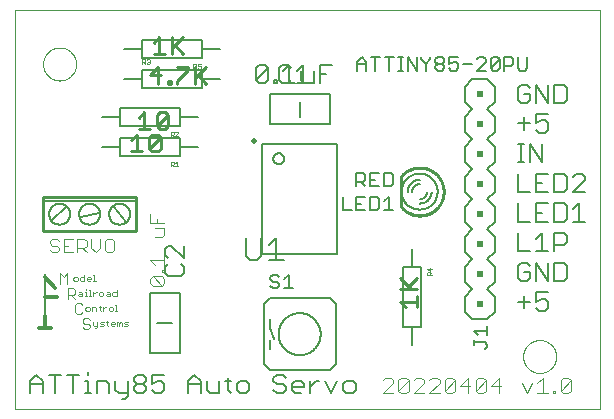
<source format=gto>
G75*
%MOIN*%
%OFA0B0*%
%FSLAX25Y25*%
%IPPOS*%
%LPD*%
%AMOC8*
5,1,8,0,0,1.08239X$1,22.5*
%
%ADD10C,0.00000*%
%ADD11C,0.00500*%
%ADD12C,0.00400*%
%ADD13C,0.00800*%
%ADD14C,0.01000*%
%ADD15C,0.00600*%
%ADD16R,0.02000X0.02000*%
%ADD17C,0.00100*%
%ADD18C,0.02000*%
%ADD19C,0.01200*%
%ADD20C,0.00300*%
%ADD21C,0.00200*%
D10*
X0001300Y0001300D02*
X0001300Y0134300D01*
X0196300Y0134300D01*
X0196300Y0001300D01*
X0001300Y0001300D01*
X0010800Y0116300D02*
X0010802Y0116448D01*
X0010808Y0116596D01*
X0010818Y0116744D01*
X0010832Y0116892D01*
X0010850Y0117039D01*
X0010872Y0117186D01*
X0010898Y0117332D01*
X0010927Y0117477D01*
X0010961Y0117622D01*
X0010999Y0117765D01*
X0011040Y0117908D01*
X0011085Y0118049D01*
X0011135Y0118189D01*
X0011187Y0118327D01*
X0011244Y0118465D01*
X0011304Y0118600D01*
X0011368Y0118734D01*
X0011435Y0118866D01*
X0011506Y0118996D01*
X0011581Y0119125D01*
X0011659Y0119251D01*
X0011740Y0119375D01*
X0011824Y0119497D01*
X0011912Y0119616D01*
X0012003Y0119733D01*
X0012097Y0119848D01*
X0012195Y0119960D01*
X0012295Y0120069D01*
X0012398Y0120176D01*
X0012504Y0120280D01*
X0012612Y0120381D01*
X0012724Y0120479D01*
X0012838Y0120574D01*
X0012954Y0120665D01*
X0013073Y0120754D01*
X0013194Y0120839D01*
X0013318Y0120921D01*
X0013444Y0121000D01*
X0013571Y0121075D01*
X0013701Y0121147D01*
X0013833Y0121216D01*
X0013966Y0121280D01*
X0014101Y0121341D01*
X0014238Y0121399D01*
X0014376Y0121453D01*
X0014516Y0121503D01*
X0014657Y0121549D01*
X0014799Y0121591D01*
X0014942Y0121630D01*
X0015086Y0121664D01*
X0015232Y0121695D01*
X0015377Y0121722D01*
X0015524Y0121745D01*
X0015671Y0121764D01*
X0015819Y0121779D01*
X0015966Y0121790D01*
X0016115Y0121797D01*
X0016263Y0121800D01*
X0016411Y0121799D01*
X0016559Y0121794D01*
X0016707Y0121785D01*
X0016855Y0121772D01*
X0017003Y0121755D01*
X0017149Y0121734D01*
X0017296Y0121709D01*
X0017441Y0121680D01*
X0017586Y0121648D01*
X0017729Y0121611D01*
X0017872Y0121571D01*
X0018014Y0121526D01*
X0018154Y0121478D01*
X0018293Y0121426D01*
X0018430Y0121371D01*
X0018566Y0121311D01*
X0018701Y0121248D01*
X0018833Y0121182D01*
X0018964Y0121112D01*
X0019093Y0121038D01*
X0019219Y0120961D01*
X0019344Y0120881D01*
X0019466Y0120797D01*
X0019587Y0120710D01*
X0019704Y0120620D01*
X0019820Y0120526D01*
X0019932Y0120430D01*
X0020042Y0120331D01*
X0020150Y0120228D01*
X0020254Y0120123D01*
X0020356Y0120015D01*
X0020454Y0119904D01*
X0020550Y0119791D01*
X0020643Y0119675D01*
X0020732Y0119557D01*
X0020818Y0119436D01*
X0020901Y0119313D01*
X0020981Y0119188D01*
X0021057Y0119061D01*
X0021130Y0118931D01*
X0021199Y0118800D01*
X0021264Y0118667D01*
X0021327Y0118533D01*
X0021385Y0118396D01*
X0021440Y0118258D01*
X0021490Y0118119D01*
X0021538Y0117978D01*
X0021581Y0117837D01*
X0021621Y0117694D01*
X0021656Y0117550D01*
X0021688Y0117405D01*
X0021716Y0117259D01*
X0021740Y0117113D01*
X0021760Y0116966D01*
X0021776Y0116818D01*
X0021788Y0116671D01*
X0021796Y0116522D01*
X0021800Y0116374D01*
X0021800Y0116226D01*
X0021796Y0116078D01*
X0021788Y0115929D01*
X0021776Y0115782D01*
X0021760Y0115634D01*
X0021740Y0115487D01*
X0021716Y0115341D01*
X0021688Y0115195D01*
X0021656Y0115050D01*
X0021621Y0114906D01*
X0021581Y0114763D01*
X0021538Y0114622D01*
X0021490Y0114481D01*
X0021440Y0114342D01*
X0021385Y0114204D01*
X0021327Y0114067D01*
X0021264Y0113933D01*
X0021199Y0113800D01*
X0021130Y0113669D01*
X0021057Y0113539D01*
X0020981Y0113412D01*
X0020901Y0113287D01*
X0020818Y0113164D01*
X0020732Y0113043D01*
X0020643Y0112925D01*
X0020550Y0112809D01*
X0020454Y0112696D01*
X0020356Y0112585D01*
X0020254Y0112477D01*
X0020150Y0112372D01*
X0020042Y0112269D01*
X0019932Y0112170D01*
X0019820Y0112074D01*
X0019704Y0111980D01*
X0019587Y0111890D01*
X0019466Y0111803D01*
X0019344Y0111719D01*
X0019219Y0111639D01*
X0019093Y0111562D01*
X0018964Y0111488D01*
X0018833Y0111418D01*
X0018701Y0111352D01*
X0018566Y0111289D01*
X0018430Y0111229D01*
X0018293Y0111174D01*
X0018154Y0111122D01*
X0018014Y0111074D01*
X0017872Y0111029D01*
X0017729Y0110989D01*
X0017586Y0110952D01*
X0017441Y0110920D01*
X0017296Y0110891D01*
X0017149Y0110866D01*
X0017003Y0110845D01*
X0016855Y0110828D01*
X0016707Y0110815D01*
X0016559Y0110806D01*
X0016411Y0110801D01*
X0016263Y0110800D01*
X0016115Y0110803D01*
X0015966Y0110810D01*
X0015819Y0110821D01*
X0015671Y0110836D01*
X0015524Y0110855D01*
X0015377Y0110878D01*
X0015232Y0110905D01*
X0015086Y0110936D01*
X0014942Y0110970D01*
X0014799Y0111009D01*
X0014657Y0111051D01*
X0014516Y0111097D01*
X0014376Y0111147D01*
X0014238Y0111201D01*
X0014101Y0111259D01*
X0013966Y0111320D01*
X0013833Y0111384D01*
X0013701Y0111453D01*
X0013571Y0111525D01*
X0013444Y0111600D01*
X0013318Y0111679D01*
X0013194Y0111761D01*
X0013073Y0111846D01*
X0012954Y0111935D01*
X0012838Y0112026D01*
X0012724Y0112121D01*
X0012612Y0112219D01*
X0012504Y0112320D01*
X0012398Y0112424D01*
X0012295Y0112531D01*
X0012195Y0112640D01*
X0012097Y0112752D01*
X0012003Y0112867D01*
X0011912Y0112984D01*
X0011824Y0113103D01*
X0011740Y0113225D01*
X0011659Y0113349D01*
X0011581Y0113475D01*
X0011506Y0113604D01*
X0011435Y0113734D01*
X0011368Y0113866D01*
X0011304Y0114000D01*
X0011244Y0114135D01*
X0011187Y0114273D01*
X0011135Y0114411D01*
X0011085Y0114551D01*
X0011040Y0114692D01*
X0010999Y0114835D01*
X0010961Y0114978D01*
X0010927Y0115123D01*
X0010898Y0115268D01*
X0010872Y0115414D01*
X0010850Y0115561D01*
X0010832Y0115708D01*
X0010818Y0115856D01*
X0010808Y0116004D01*
X0010802Y0116152D01*
X0010800Y0116300D01*
X0170800Y0018800D02*
X0170802Y0018948D01*
X0170808Y0019096D01*
X0170818Y0019244D01*
X0170832Y0019392D01*
X0170850Y0019539D01*
X0170872Y0019686D01*
X0170898Y0019832D01*
X0170927Y0019977D01*
X0170961Y0020122D01*
X0170999Y0020265D01*
X0171040Y0020408D01*
X0171085Y0020549D01*
X0171135Y0020689D01*
X0171187Y0020827D01*
X0171244Y0020965D01*
X0171304Y0021100D01*
X0171368Y0021234D01*
X0171435Y0021366D01*
X0171506Y0021496D01*
X0171581Y0021625D01*
X0171659Y0021751D01*
X0171740Y0021875D01*
X0171824Y0021997D01*
X0171912Y0022116D01*
X0172003Y0022233D01*
X0172097Y0022348D01*
X0172195Y0022460D01*
X0172295Y0022569D01*
X0172398Y0022676D01*
X0172504Y0022780D01*
X0172612Y0022881D01*
X0172724Y0022979D01*
X0172838Y0023074D01*
X0172954Y0023165D01*
X0173073Y0023254D01*
X0173194Y0023339D01*
X0173318Y0023421D01*
X0173444Y0023500D01*
X0173571Y0023575D01*
X0173701Y0023647D01*
X0173833Y0023716D01*
X0173966Y0023780D01*
X0174101Y0023841D01*
X0174238Y0023899D01*
X0174376Y0023953D01*
X0174516Y0024003D01*
X0174657Y0024049D01*
X0174799Y0024091D01*
X0174942Y0024130D01*
X0175086Y0024164D01*
X0175232Y0024195D01*
X0175377Y0024222D01*
X0175524Y0024245D01*
X0175671Y0024264D01*
X0175819Y0024279D01*
X0175966Y0024290D01*
X0176115Y0024297D01*
X0176263Y0024300D01*
X0176411Y0024299D01*
X0176559Y0024294D01*
X0176707Y0024285D01*
X0176855Y0024272D01*
X0177003Y0024255D01*
X0177149Y0024234D01*
X0177296Y0024209D01*
X0177441Y0024180D01*
X0177586Y0024148D01*
X0177729Y0024111D01*
X0177872Y0024071D01*
X0178014Y0024026D01*
X0178154Y0023978D01*
X0178293Y0023926D01*
X0178430Y0023871D01*
X0178566Y0023811D01*
X0178701Y0023748D01*
X0178833Y0023682D01*
X0178964Y0023612D01*
X0179093Y0023538D01*
X0179219Y0023461D01*
X0179344Y0023381D01*
X0179466Y0023297D01*
X0179587Y0023210D01*
X0179704Y0023120D01*
X0179820Y0023026D01*
X0179932Y0022930D01*
X0180042Y0022831D01*
X0180150Y0022728D01*
X0180254Y0022623D01*
X0180356Y0022515D01*
X0180454Y0022404D01*
X0180550Y0022291D01*
X0180643Y0022175D01*
X0180732Y0022057D01*
X0180818Y0021936D01*
X0180901Y0021813D01*
X0180981Y0021688D01*
X0181057Y0021561D01*
X0181130Y0021431D01*
X0181199Y0021300D01*
X0181264Y0021167D01*
X0181327Y0021033D01*
X0181385Y0020896D01*
X0181440Y0020758D01*
X0181490Y0020619D01*
X0181538Y0020478D01*
X0181581Y0020337D01*
X0181621Y0020194D01*
X0181656Y0020050D01*
X0181688Y0019905D01*
X0181716Y0019759D01*
X0181740Y0019613D01*
X0181760Y0019466D01*
X0181776Y0019318D01*
X0181788Y0019171D01*
X0181796Y0019022D01*
X0181800Y0018874D01*
X0181800Y0018726D01*
X0181796Y0018578D01*
X0181788Y0018429D01*
X0181776Y0018282D01*
X0181760Y0018134D01*
X0181740Y0017987D01*
X0181716Y0017841D01*
X0181688Y0017695D01*
X0181656Y0017550D01*
X0181621Y0017406D01*
X0181581Y0017263D01*
X0181538Y0017122D01*
X0181490Y0016981D01*
X0181440Y0016842D01*
X0181385Y0016704D01*
X0181327Y0016567D01*
X0181264Y0016433D01*
X0181199Y0016300D01*
X0181130Y0016169D01*
X0181057Y0016039D01*
X0180981Y0015912D01*
X0180901Y0015787D01*
X0180818Y0015664D01*
X0180732Y0015543D01*
X0180643Y0015425D01*
X0180550Y0015309D01*
X0180454Y0015196D01*
X0180356Y0015085D01*
X0180254Y0014977D01*
X0180150Y0014872D01*
X0180042Y0014769D01*
X0179932Y0014670D01*
X0179820Y0014574D01*
X0179704Y0014480D01*
X0179587Y0014390D01*
X0179466Y0014303D01*
X0179344Y0014219D01*
X0179219Y0014139D01*
X0179093Y0014062D01*
X0178964Y0013988D01*
X0178833Y0013918D01*
X0178701Y0013852D01*
X0178566Y0013789D01*
X0178430Y0013729D01*
X0178293Y0013674D01*
X0178154Y0013622D01*
X0178014Y0013574D01*
X0177872Y0013529D01*
X0177729Y0013489D01*
X0177586Y0013452D01*
X0177441Y0013420D01*
X0177296Y0013391D01*
X0177149Y0013366D01*
X0177003Y0013345D01*
X0176855Y0013328D01*
X0176707Y0013315D01*
X0176559Y0013306D01*
X0176411Y0013301D01*
X0176263Y0013300D01*
X0176115Y0013303D01*
X0175966Y0013310D01*
X0175819Y0013321D01*
X0175671Y0013336D01*
X0175524Y0013355D01*
X0175377Y0013378D01*
X0175232Y0013405D01*
X0175086Y0013436D01*
X0174942Y0013470D01*
X0174799Y0013509D01*
X0174657Y0013551D01*
X0174516Y0013597D01*
X0174376Y0013647D01*
X0174238Y0013701D01*
X0174101Y0013759D01*
X0173966Y0013820D01*
X0173833Y0013884D01*
X0173701Y0013953D01*
X0173571Y0014025D01*
X0173444Y0014100D01*
X0173318Y0014179D01*
X0173194Y0014261D01*
X0173073Y0014346D01*
X0172954Y0014435D01*
X0172838Y0014526D01*
X0172724Y0014621D01*
X0172612Y0014719D01*
X0172504Y0014820D01*
X0172398Y0014924D01*
X0172295Y0015031D01*
X0172195Y0015140D01*
X0172097Y0015252D01*
X0172003Y0015367D01*
X0171912Y0015484D01*
X0171824Y0015603D01*
X0171740Y0015725D01*
X0171659Y0015849D01*
X0171581Y0015975D01*
X0171506Y0016104D01*
X0171435Y0016234D01*
X0171368Y0016366D01*
X0171304Y0016500D01*
X0171244Y0016635D01*
X0171187Y0016773D01*
X0171135Y0016911D01*
X0171085Y0017051D01*
X0171040Y0017192D01*
X0170999Y0017335D01*
X0170961Y0017478D01*
X0170927Y0017623D01*
X0170898Y0017768D01*
X0170872Y0017914D01*
X0170850Y0018061D01*
X0170832Y0018208D01*
X0170818Y0018356D01*
X0170808Y0018504D01*
X0170802Y0018652D01*
X0170800Y0018800D01*
D11*
X0158850Y0022001D02*
X0158099Y0021250D01*
X0158850Y0022001D02*
X0158850Y0022751D01*
X0158099Y0023502D01*
X0154346Y0023502D01*
X0154346Y0022751D02*
X0154346Y0024253D01*
X0155847Y0025854D02*
X0154346Y0027355D01*
X0158850Y0027355D01*
X0158850Y0025854D02*
X0158850Y0028856D01*
X0169050Y0037103D02*
X0173120Y0037103D01*
X0175127Y0037103D02*
X0177162Y0038120D01*
X0178180Y0038120D01*
X0179197Y0037103D01*
X0179197Y0035068D01*
X0178180Y0034050D01*
X0176145Y0034050D01*
X0175127Y0035068D01*
X0175127Y0037103D02*
X0175127Y0040155D01*
X0179197Y0040155D01*
X0179197Y0043950D02*
X0179197Y0050055D01*
X0181204Y0050055D02*
X0184257Y0050055D01*
X0185275Y0049038D01*
X0185275Y0044968D01*
X0184257Y0043950D01*
X0181204Y0043950D01*
X0181204Y0050055D01*
X0181204Y0053850D02*
X0181204Y0059955D01*
X0184257Y0059955D01*
X0185275Y0058938D01*
X0185275Y0056903D01*
X0184257Y0055885D01*
X0181204Y0055885D01*
X0179197Y0053850D02*
X0175127Y0053850D01*
X0173120Y0053850D02*
X0169050Y0053850D01*
X0169050Y0059955D01*
X0169050Y0063750D02*
X0173120Y0063750D01*
X0175127Y0063750D02*
X0179197Y0063750D01*
X0181204Y0063750D02*
X0184257Y0063750D01*
X0185275Y0064768D01*
X0185275Y0068838D01*
X0184257Y0069855D01*
X0181204Y0069855D01*
X0181204Y0063750D01*
X0177162Y0066803D02*
X0175127Y0066803D01*
X0175127Y0069855D02*
X0175127Y0063750D01*
X0177162Y0059955D02*
X0177162Y0053850D01*
X0175127Y0050055D02*
X0179197Y0043950D01*
X0175127Y0043950D02*
X0175127Y0050055D01*
X0173120Y0049038D02*
X0172103Y0050055D01*
X0170068Y0050055D01*
X0169050Y0049038D01*
X0169050Y0044968D01*
X0170068Y0043950D01*
X0172103Y0043950D01*
X0173120Y0044968D01*
X0173120Y0047003D01*
X0171085Y0047003D01*
X0171085Y0039138D02*
X0171085Y0035068D01*
X0175127Y0057920D02*
X0177162Y0059955D01*
X0169050Y0063750D02*
X0169050Y0069855D01*
X0169050Y0073650D02*
X0173120Y0073650D01*
X0175127Y0073650D02*
X0179197Y0073650D01*
X0181204Y0073650D02*
X0184257Y0073650D01*
X0185275Y0074668D01*
X0185275Y0078738D01*
X0184257Y0079755D01*
X0181204Y0079755D01*
X0181204Y0073650D01*
X0177162Y0076703D02*
X0175127Y0076703D01*
X0175127Y0079755D02*
X0175127Y0073650D01*
X0175127Y0069855D02*
X0179197Y0069855D01*
X0187282Y0067820D02*
X0189317Y0069855D01*
X0189317Y0063750D01*
X0187282Y0063750D02*
X0191352Y0063750D01*
X0191352Y0073650D02*
X0187282Y0073650D01*
X0191352Y0077720D01*
X0191352Y0078738D01*
X0190334Y0079755D01*
X0188299Y0079755D01*
X0187282Y0078738D01*
X0179197Y0079755D02*
X0175127Y0079755D01*
X0173101Y0083550D02*
X0173101Y0089655D01*
X0177172Y0083550D01*
X0177172Y0089655D01*
X0178180Y0093450D02*
X0176145Y0093450D01*
X0175127Y0094468D01*
X0175127Y0096503D02*
X0177162Y0097520D01*
X0178180Y0097520D01*
X0179197Y0096503D01*
X0179197Y0094468D01*
X0178180Y0093450D01*
X0175127Y0096503D02*
X0175127Y0099555D01*
X0179197Y0099555D01*
X0179197Y0103350D02*
X0179197Y0109455D01*
X0181204Y0109455D02*
X0184257Y0109455D01*
X0185275Y0108438D01*
X0185275Y0104368D01*
X0184257Y0103350D01*
X0181204Y0103350D01*
X0181204Y0109455D01*
X0175127Y0109455D02*
X0179197Y0103350D01*
X0175127Y0103350D02*
X0175127Y0109455D01*
X0173120Y0108438D02*
X0172103Y0109455D01*
X0170068Y0109455D01*
X0169050Y0108438D01*
X0169050Y0104368D01*
X0170068Y0103350D01*
X0172103Y0103350D01*
X0173120Y0104368D01*
X0173120Y0106403D01*
X0171085Y0106403D01*
X0171390Y0114086D02*
X0169889Y0114086D01*
X0169138Y0114836D01*
X0169138Y0118590D01*
X0167537Y0117839D02*
X0167537Y0116338D01*
X0166786Y0115587D01*
X0164534Y0115587D01*
X0164534Y0114086D02*
X0164534Y0118590D01*
X0166786Y0118590D01*
X0167537Y0117839D01*
X0162933Y0117839D02*
X0159930Y0114836D01*
X0160681Y0114086D01*
X0162182Y0114086D01*
X0162933Y0114836D01*
X0162933Y0117839D01*
X0162182Y0118590D01*
X0160681Y0118590D01*
X0159930Y0117839D01*
X0159930Y0114836D01*
X0158329Y0114086D02*
X0155326Y0114086D01*
X0158329Y0117088D01*
X0158329Y0117839D01*
X0157578Y0118590D01*
X0156077Y0118590D01*
X0155326Y0117839D01*
X0153725Y0116338D02*
X0150722Y0116338D01*
X0149121Y0116338D02*
X0149121Y0114836D01*
X0148370Y0114086D01*
X0146869Y0114086D01*
X0146118Y0114836D01*
X0146118Y0116338D02*
X0147620Y0117088D01*
X0148370Y0117088D01*
X0149121Y0116338D01*
X0149121Y0118590D02*
X0146118Y0118590D01*
X0146118Y0116338D01*
X0144517Y0117088D02*
X0143766Y0116338D01*
X0142265Y0116338D01*
X0141515Y0117088D01*
X0141515Y0117839D01*
X0142265Y0118590D01*
X0143766Y0118590D01*
X0144517Y0117839D01*
X0144517Y0117088D01*
X0143766Y0116338D02*
X0144517Y0115587D01*
X0144517Y0114836D01*
X0143766Y0114086D01*
X0142265Y0114086D01*
X0141515Y0114836D01*
X0141515Y0115587D01*
X0142265Y0116338D01*
X0139913Y0117839D02*
X0138412Y0116338D01*
X0138412Y0114086D01*
X0138412Y0116338D02*
X0136911Y0117839D01*
X0136911Y0118590D01*
X0135309Y0118590D02*
X0135309Y0114086D01*
X0132307Y0118590D01*
X0132307Y0114086D01*
X0130739Y0114086D02*
X0129237Y0114086D01*
X0129988Y0114086D02*
X0129988Y0118590D01*
X0129237Y0118590D02*
X0130739Y0118590D01*
X0127636Y0118590D02*
X0124634Y0118590D01*
X0126135Y0118590D02*
X0126135Y0114086D01*
X0121531Y0114086D02*
X0121531Y0118590D01*
X0120030Y0118590D02*
X0123032Y0118590D01*
X0118428Y0117088D02*
X0118428Y0114086D01*
X0118428Y0116338D02*
X0115426Y0116338D01*
X0115426Y0117088D02*
X0115426Y0114086D01*
X0115426Y0117088D02*
X0116927Y0118590D01*
X0118428Y0117088D01*
X0107043Y0116055D02*
X0102973Y0116055D01*
X0102973Y0109950D01*
X0100966Y0109950D02*
X0100966Y0114020D01*
X0102973Y0113003D02*
X0105008Y0113003D01*
X0100966Y0109950D02*
X0097913Y0109950D01*
X0096896Y0110968D01*
X0096896Y0114020D01*
X0095473Y0114020D02*
X0097508Y0116055D01*
X0097508Y0109950D01*
X0095473Y0109950D02*
X0099543Y0109950D01*
X0094889Y0109950D02*
X0090818Y0109950D01*
X0090413Y0109950D02*
X0092448Y0109950D01*
X0093466Y0110968D01*
X0092853Y0109950D02*
X0092853Y0116055D01*
X0090818Y0114020D01*
X0089396Y0115038D02*
X0089396Y0110968D01*
X0090413Y0109950D01*
X0088797Y0109950D02*
X0088797Y0110968D01*
X0087780Y0110968D01*
X0087780Y0109950D01*
X0088797Y0109950D01*
X0085773Y0110968D02*
X0084755Y0109950D01*
X0082720Y0109950D01*
X0081703Y0110968D01*
X0085773Y0115038D01*
X0085773Y0110968D01*
X0081703Y0110968D02*
X0081703Y0115038D01*
X0082720Y0116055D01*
X0084755Y0116055D01*
X0085773Y0115038D01*
X0089396Y0115038D02*
X0090413Y0116055D01*
X0092448Y0116055D01*
X0093466Y0115038D01*
X0087497Y0084800D02*
X0087499Y0084885D01*
X0087505Y0084969D01*
X0087515Y0085053D01*
X0087529Y0085136D01*
X0087546Y0085219D01*
X0087568Y0085301D01*
X0087593Y0085381D01*
X0087622Y0085461D01*
X0087655Y0085538D01*
X0087692Y0085615D01*
X0087732Y0085689D01*
X0087775Y0085762D01*
X0087822Y0085832D01*
X0087872Y0085900D01*
X0087925Y0085966D01*
X0087981Y0086029D01*
X0088040Y0086090D01*
X0088102Y0086147D01*
X0088166Y0086202D01*
X0088233Y0086254D01*
X0088303Y0086302D01*
X0088374Y0086347D01*
X0088448Y0086389D01*
X0088523Y0086427D01*
X0088600Y0086462D01*
X0088679Y0086493D01*
X0088759Y0086520D01*
X0088840Y0086543D01*
X0088922Y0086563D01*
X0089005Y0086579D01*
X0089089Y0086591D01*
X0089173Y0086599D01*
X0089258Y0086603D01*
X0089342Y0086603D01*
X0089427Y0086599D01*
X0089511Y0086591D01*
X0089595Y0086579D01*
X0089678Y0086563D01*
X0089760Y0086543D01*
X0089841Y0086520D01*
X0089921Y0086493D01*
X0090000Y0086462D01*
X0090077Y0086427D01*
X0090152Y0086389D01*
X0090226Y0086347D01*
X0090297Y0086302D01*
X0090367Y0086254D01*
X0090434Y0086202D01*
X0090498Y0086147D01*
X0090560Y0086090D01*
X0090619Y0086029D01*
X0090675Y0085966D01*
X0090728Y0085900D01*
X0090778Y0085832D01*
X0090825Y0085762D01*
X0090868Y0085689D01*
X0090908Y0085615D01*
X0090945Y0085538D01*
X0090978Y0085461D01*
X0091007Y0085381D01*
X0091032Y0085301D01*
X0091054Y0085219D01*
X0091071Y0085136D01*
X0091085Y0085053D01*
X0091095Y0084969D01*
X0091101Y0084885D01*
X0091103Y0084800D01*
X0091101Y0084715D01*
X0091095Y0084631D01*
X0091085Y0084547D01*
X0091071Y0084464D01*
X0091054Y0084381D01*
X0091032Y0084299D01*
X0091007Y0084219D01*
X0090978Y0084139D01*
X0090945Y0084062D01*
X0090908Y0083985D01*
X0090868Y0083911D01*
X0090825Y0083838D01*
X0090778Y0083768D01*
X0090728Y0083700D01*
X0090675Y0083634D01*
X0090619Y0083571D01*
X0090560Y0083510D01*
X0090498Y0083453D01*
X0090434Y0083398D01*
X0090367Y0083346D01*
X0090297Y0083298D01*
X0090226Y0083253D01*
X0090152Y0083211D01*
X0090077Y0083173D01*
X0090000Y0083138D01*
X0089921Y0083107D01*
X0089841Y0083080D01*
X0089760Y0083057D01*
X0089678Y0083037D01*
X0089595Y0083021D01*
X0089511Y0083009D01*
X0089427Y0083001D01*
X0089342Y0082997D01*
X0089258Y0082997D01*
X0089173Y0083001D01*
X0089089Y0083009D01*
X0089005Y0083021D01*
X0088922Y0083037D01*
X0088840Y0083057D01*
X0088759Y0083080D01*
X0088679Y0083107D01*
X0088600Y0083138D01*
X0088523Y0083173D01*
X0088448Y0083211D01*
X0088374Y0083253D01*
X0088303Y0083298D01*
X0088233Y0083346D01*
X0088166Y0083398D01*
X0088102Y0083453D01*
X0088040Y0083510D01*
X0087981Y0083571D01*
X0087925Y0083634D01*
X0087872Y0083700D01*
X0087822Y0083768D01*
X0087775Y0083838D01*
X0087732Y0083911D01*
X0087692Y0083985D01*
X0087655Y0084062D01*
X0087622Y0084139D01*
X0087593Y0084219D01*
X0087568Y0084299D01*
X0087546Y0084381D01*
X0087529Y0084464D01*
X0087515Y0084547D01*
X0087505Y0084631D01*
X0087499Y0084715D01*
X0087497Y0084800D01*
X0110634Y0072054D02*
X0110634Y0067550D01*
X0113637Y0067550D01*
X0115238Y0067550D02*
X0118241Y0067550D01*
X0119842Y0067550D02*
X0122094Y0067550D01*
X0122845Y0068301D01*
X0122845Y0071303D01*
X0122094Y0072054D01*
X0119842Y0072054D01*
X0119842Y0067550D01*
X0116739Y0069802D02*
X0115238Y0069802D01*
X0115238Y0072054D02*
X0115238Y0067550D01*
X0115238Y0072054D02*
X0118241Y0072054D01*
X0118241Y0075550D02*
X0116739Y0077051D01*
X0117490Y0077051D02*
X0115238Y0077051D01*
X0115238Y0075550D02*
X0115238Y0080054D01*
X0117490Y0080054D01*
X0118241Y0079303D01*
X0118241Y0077802D01*
X0117490Y0077051D01*
X0119842Y0077802D02*
X0121343Y0077802D01*
X0119842Y0080054D02*
X0119842Y0075550D01*
X0122845Y0075550D01*
X0124446Y0075550D02*
X0126698Y0075550D01*
X0127449Y0076301D01*
X0127449Y0079303D01*
X0126698Y0080054D01*
X0124446Y0080054D01*
X0124446Y0075550D01*
X0125947Y0072054D02*
X0125947Y0067550D01*
X0124446Y0067550D02*
X0127449Y0067550D01*
X0124446Y0070553D02*
X0125947Y0072054D01*
X0122845Y0080054D02*
X0119842Y0080054D01*
X0092655Y0046054D02*
X0092655Y0041550D01*
X0091154Y0041550D02*
X0094156Y0041550D01*
X0091154Y0044553D02*
X0092655Y0046054D01*
X0089553Y0045303D02*
X0088802Y0046054D01*
X0087301Y0046054D01*
X0086550Y0045303D01*
X0086550Y0044553D01*
X0087301Y0043802D01*
X0088802Y0043802D01*
X0089553Y0043051D01*
X0089553Y0042301D01*
X0088802Y0041550D01*
X0087301Y0041550D01*
X0086550Y0042301D01*
X0057650Y0046663D02*
X0057650Y0048698D01*
X0056632Y0049716D01*
X0057650Y0051723D02*
X0053580Y0055793D01*
X0052562Y0055793D01*
X0051545Y0054775D01*
X0051545Y0052740D01*
X0052562Y0051723D01*
X0052562Y0049716D02*
X0051545Y0048698D01*
X0051545Y0046663D01*
X0052562Y0045646D01*
X0056632Y0045646D01*
X0057650Y0046663D01*
X0057650Y0051723D02*
X0057650Y0055793D01*
X0011300Y0046300D02*
X0011300Y0045300D01*
X0011300Y0038800D01*
X0011300Y0032300D01*
X0025799Y0013673D02*
X0025799Y0012655D01*
X0025799Y0010620D02*
X0024782Y0010620D01*
X0025799Y0010620D02*
X0025799Y0006550D01*
X0024782Y0006550D02*
X0026817Y0006550D01*
X0028833Y0006550D02*
X0028833Y0010620D01*
X0031886Y0010620D01*
X0032903Y0009603D01*
X0032903Y0006550D01*
X0034910Y0007568D02*
X0035928Y0006550D01*
X0038980Y0006550D01*
X0038980Y0005532D02*
X0037963Y0004515D01*
X0036945Y0004515D01*
X0038980Y0005532D02*
X0038980Y0010620D01*
X0040987Y0010620D02*
X0040987Y0011638D01*
X0042005Y0012655D01*
X0044040Y0012655D01*
X0045058Y0011638D01*
X0045058Y0010620D01*
X0044040Y0009603D01*
X0042005Y0009603D01*
X0040987Y0010620D01*
X0042005Y0009603D02*
X0040987Y0008585D01*
X0040987Y0007568D01*
X0042005Y0006550D01*
X0044040Y0006550D01*
X0045058Y0007568D01*
X0045058Y0008585D01*
X0044040Y0009603D01*
X0047065Y0009603D02*
X0049100Y0010620D01*
X0050117Y0010620D01*
X0051135Y0009603D01*
X0051135Y0007568D01*
X0050117Y0006550D01*
X0048082Y0006550D01*
X0047065Y0007568D01*
X0047065Y0009603D02*
X0047065Y0012655D01*
X0051135Y0012655D01*
X0059219Y0010620D02*
X0061254Y0012655D01*
X0063289Y0010620D01*
X0063289Y0006550D01*
X0065296Y0007568D02*
X0066314Y0006550D01*
X0069366Y0006550D01*
X0069366Y0010620D01*
X0071373Y0010620D02*
X0073408Y0010620D01*
X0072391Y0011638D02*
X0072391Y0007568D01*
X0073408Y0006550D01*
X0075425Y0007568D02*
X0076442Y0006550D01*
X0078477Y0006550D01*
X0079495Y0007568D01*
X0079495Y0009603D01*
X0078477Y0010620D01*
X0076442Y0010620D01*
X0075425Y0009603D01*
X0075425Y0007568D01*
X0065296Y0007568D02*
X0065296Y0010620D01*
X0063289Y0009603D02*
X0059219Y0009603D01*
X0059219Y0010620D02*
X0059219Y0006550D01*
X0034910Y0007568D02*
X0034910Y0010620D01*
X0022775Y0012655D02*
X0018704Y0012655D01*
X0016697Y0012655D02*
X0012627Y0012655D01*
X0014662Y0012655D02*
X0014662Y0006550D01*
X0010620Y0006550D02*
X0010620Y0010620D01*
X0008585Y0012655D01*
X0006550Y0010620D01*
X0006550Y0006550D01*
X0006550Y0009603D02*
X0010620Y0009603D01*
X0020739Y0006550D02*
X0020739Y0012655D01*
X0087579Y0011638D02*
X0087579Y0010620D01*
X0088597Y0009603D01*
X0090632Y0009603D01*
X0091649Y0008585D01*
X0091649Y0007568D01*
X0090632Y0006550D01*
X0088597Y0006550D01*
X0087579Y0007568D01*
X0087579Y0011638D02*
X0088597Y0012655D01*
X0090632Y0012655D01*
X0091649Y0011638D01*
X0093656Y0009603D02*
X0094674Y0010620D01*
X0096709Y0010620D01*
X0097727Y0009603D01*
X0097727Y0008585D01*
X0093656Y0008585D01*
X0093656Y0007568D02*
X0093656Y0009603D01*
X0093656Y0007568D02*
X0094674Y0006550D01*
X0096709Y0006550D01*
X0099734Y0006550D02*
X0099734Y0010620D01*
X0099734Y0008585D02*
X0101769Y0010620D01*
X0102786Y0010620D01*
X0104798Y0010620D02*
X0106833Y0006550D01*
X0108868Y0010620D01*
X0110875Y0009603D02*
X0110875Y0007568D01*
X0111893Y0006550D01*
X0113928Y0006550D01*
X0114945Y0007568D01*
X0114945Y0009603D01*
X0113928Y0010620D01*
X0111893Y0010620D01*
X0110875Y0009603D01*
X0169050Y0073650D02*
X0169050Y0079755D01*
X0169050Y0083550D02*
X0171085Y0083550D01*
X0170068Y0083550D02*
X0170068Y0089655D01*
X0171085Y0089655D02*
X0169050Y0089655D01*
X0171085Y0094468D02*
X0171085Y0098538D01*
X0169050Y0096503D02*
X0173120Y0096503D01*
X0171390Y0114086D02*
X0172141Y0114836D01*
X0172141Y0118590D01*
X0139913Y0118590D02*
X0139913Y0117839D01*
D12*
X0051100Y0063146D02*
X0046496Y0063146D01*
X0046496Y0066215D01*
X0048798Y0064681D02*
X0048798Y0063146D01*
X0048031Y0061611D02*
X0051100Y0061611D01*
X0051100Y0059309D01*
X0050333Y0058542D01*
X0048031Y0058542D01*
X0051100Y0052404D02*
X0051100Y0049334D01*
X0051100Y0047800D02*
X0051100Y0047032D01*
X0050333Y0047032D01*
X0050333Y0047800D01*
X0051100Y0047800D01*
X0048031Y0049334D02*
X0046496Y0050869D01*
X0051100Y0050869D01*
X0050333Y0045498D02*
X0047263Y0045498D01*
X0050333Y0042428D01*
X0051100Y0043196D01*
X0051100Y0044730D01*
X0050333Y0045498D01*
X0047263Y0045498D02*
X0046496Y0044730D01*
X0046496Y0043196D01*
X0047263Y0042428D01*
X0050333Y0042428D01*
X0034485Y0054267D02*
X0033718Y0053500D01*
X0032183Y0053500D01*
X0031416Y0054267D01*
X0031416Y0057337D01*
X0032183Y0058104D01*
X0033718Y0058104D01*
X0034485Y0057337D01*
X0034485Y0054267D01*
X0029881Y0055035D02*
X0029881Y0058104D01*
X0026812Y0058104D02*
X0026812Y0055035D01*
X0028346Y0053500D01*
X0029881Y0055035D01*
X0025277Y0055802D02*
X0024510Y0055035D01*
X0022208Y0055035D01*
X0023742Y0055035D02*
X0025277Y0053500D01*
X0022208Y0053500D02*
X0022208Y0058104D01*
X0024510Y0058104D01*
X0025277Y0057337D01*
X0025277Y0055802D01*
X0020673Y0058104D02*
X0017604Y0058104D01*
X0017604Y0053500D01*
X0020673Y0053500D01*
X0019139Y0055802D02*
X0017604Y0055802D01*
X0016069Y0055035D02*
X0016069Y0054267D01*
X0015302Y0053500D01*
X0013767Y0053500D01*
X0013000Y0054267D01*
X0013767Y0055802D02*
X0015302Y0055802D01*
X0016069Y0055035D01*
X0016069Y0057337D02*
X0015302Y0058104D01*
X0013767Y0058104D01*
X0013000Y0057337D01*
X0013000Y0056569D01*
X0013767Y0055802D01*
X0124000Y0010837D02*
X0124867Y0011704D01*
X0126602Y0011704D01*
X0127470Y0010837D01*
X0127470Y0009970D01*
X0124000Y0006500D01*
X0127470Y0006500D01*
X0129156Y0007367D02*
X0132626Y0010837D01*
X0132626Y0007367D01*
X0131759Y0006500D01*
X0130024Y0006500D01*
X0129156Y0007367D01*
X0129156Y0010837D01*
X0130024Y0011704D01*
X0131759Y0011704D01*
X0132626Y0010837D01*
X0134313Y0010837D02*
X0135180Y0011704D01*
X0136915Y0011704D01*
X0137782Y0010837D01*
X0137782Y0009970D01*
X0134313Y0006500D01*
X0137782Y0006500D01*
X0139469Y0006500D02*
X0142939Y0009970D01*
X0142939Y0010837D01*
X0142071Y0011704D01*
X0140337Y0011704D01*
X0139469Y0010837D01*
X0144626Y0010837D02*
X0144626Y0007367D01*
X0148095Y0010837D01*
X0148095Y0007367D01*
X0147228Y0006500D01*
X0145493Y0006500D01*
X0144626Y0007367D01*
X0142939Y0006500D02*
X0139469Y0006500D01*
X0144626Y0010837D02*
X0145493Y0011704D01*
X0147228Y0011704D01*
X0148095Y0010837D01*
X0149782Y0009102D02*
X0153252Y0009102D01*
X0154938Y0007367D02*
X0158408Y0010837D01*
X0158408Y0007367D01*
X0157541Y0006500D01*
X0155806Y0006500D01*
X0154938Y0007367D01*
X0154938Y0010837D01*
X0155806Y0011704D01*
X0157541Y0011704D01*
X0158408Y0010837D01*
X0160095Y0009102D02*
X0163564Y0009102D01*
X0162697Y0011704D02*
X0160095Y0009102D01*
X0162697Y0006500D02*
X0162697Y0011704D01*
X0170408Y0009970D02*
X0172142Y0006500D01*
X0173877Y0009970D01*
X0175564Y0009970D02*
X0177299Y0011704D01*
X0177299Y0006500D01*
X0175564Y0006500D02*
X0179034Y0006500D01*
X0180720Y0006500D02*
X0180720Y0007367D01*
X0181588Y0007367D01*
X0181588Y0006500D01*
X0180720Y0006500D01*
X0183299Y0007367D02*
X0186768Y0010837D01*
X0186768Y0007367D01*
X0185901Y0006500D01*
X0184166Y0006500D01*
X0183299Y0007367D01*
X0183299Y0010837D01*
X0184166Y0011704D01*
X0185901Y0011704D01*
X0186768Y0010837D01*
X0152384Y0011704D02*
X0152384Y0006500D01*
X0149782Y0009102D02*
X0152384Y0011704D01*
D13*
X0133800Y0022800D02*
X0133800Y0028800D01*
X0130800Y0028800D01*
X0130800Y0048800D01*
X0133800Y0048800D01*
X0133800Y0054800D01*
X0133800Y0048800D02*
X0136800Y0048800D01*
X0136800Y0028800D01*
X0133800Y0028800D01*
X0151300Y0033800D02*
X0153800Y0031300D01*
X0158800Y0031300D01*
X0161300Y0033800D01*
X0161300Y0038800D01*
X0158800Y0041300D01*
X0161300Y0043800D01*
X0161300Y0048800D01*
X0158800Y0051300D01*
X0161300Y0053800D01*
X0161300Y0058800D01*
X0158800Y0061300D01*
X0161300Y0063800D01*
X0161300Y0068800D01*
X0158800Y0071300D01*
X0161300Y0073800D01*
X0161300Y0078800D01*
X0158800Y0081300D01*
X0161300Y0083800D01*
X0161300Y0088800D01*
X0158800Y0091300D01*
X0161300Y0093800D01*
X0161300Y0098800D01*
X0158800Y0101300D01*
X0161300Y0103800D01*
X0161300Y0108800D01*
X0158800Y0111300D01*
X0153800Y0111300D01*
X0151300Y0108800D01*
X0151300Y0103800D01*
X0153800Y0101300D01*
X0151300Y0098800D01*
X0151300Y0093800D01*
X0153800Y0091300D01*
X0151300Y0088800D01*
X0151300Y0083800D01*
X0153800Y0081300D01*
X0151300Y0078800D01*
X0151300Y0073800D01*
X0153800Y0071300D01*
X0151300Y0068800D01*
X0151300Y0063800D01*
X0153800Y0061300D01*
X0151300Y0058800D01*
X0151300Y0053800D01*
X0153800Y0051300D01*
X0151300Y0048800D01*
X0151300Y0043800D01*
X0153800Y0041300D01*
X0151300Y0038800D01*
X0151300Y0033800D01*
X0108300Y0036300D02*
X0108300Y0030300D01*
X0108300Y0030229D02*
X0108300Y0022300D01*
X0108300Y0016300D01*
X0106300Y0014300D01*
X0104800Y0014300D01*
X0087800Y0014300D01*
X0086300Y0014300D01*
X0084300Y0016300D01*
X0084300Y0022300D01*
X0084300Y0030347D01*
X0084300Y0030300D02*
X0084300Y0036300D01*
X0086300Y0038300D01*
X0087800Y0038300D01*
X0104800Y0038300D01*
X0106300Y0038300D01*
X0108300Y0036300D01*
X0089300Y0026300D02*
X0089302Y0026472D01*
X0089308Y0026643D01*
X0089319Y0026815D01*
X0089334Y0026986D01*
X0089353Y0027157D01*
X0089376Y0027327D01*
X0089403Y0027497D01*
X0089435Y0027666D01*
X0089470Y0027834D01*
X0089510Y0028001D01*
X0089554Y0028167D01*
X0089601Y0028332D01*
X0089653Y0028496D01*
X0089709Y0028658D01*
X0089769Y0028819D01*
X0089833Y0028979D01*
X0089901Y0029137D01*
X0089972Y0029293D01*
X0090047Y0029447D01*
X0090127Y0029600D01*
X0090209Y0029750D01*
X0090296Y0029899D01*
X0090386Y0030045D01*
X0090480Y0030189D01*
X0090577Y0030331D01*
X0090678Y0030470D01*
X0090782Y0030607D01*
X0090889Y0030741D01*
X0091000Y0030872D01*
X0091113Y0031001D01*
X0091230Y0031127D01*
X0091350Y0031250D01*
X0091473Y0031370D01*
X0091599Y0031487D01*
X0091728Y0031600D01*
X0091859Y0031711D01*
X0091993Y0031818D01*
X0092130Y0031922D01*
X0092269Y0032023D01*
X0092411Y0032120D01*
X0092555Y0032214D01*
X0092701Y0032304D01*
X0092850Y0032391D01*
X0093000Y0032473D01*
X0093153Y0032553D01*
X0093307Y0032628D01*
X0093463Y0032699D01*
X0093621Y0032767D01*
X0093781Y0032831D01*
X0093942Y0032891D01*
X0094104Y0032947D01*
X0094268Y0032999D01*
X0094433Y0033046D01*
X0094599Y0033090D01*
X0094766Y0033130D01*
X0094934Y0033165D01*
X0095103Y0033197D01*
X0095273Y0033224D01*
X0095443Y0033247D01*
X0095614Y0033266D01*
X0095785Y0033281D01*
X0095957Y0033292D01*
X0096128Y0033298D01*
X0096300Y0033300D01*
X0096472Y0033298D01*
X0096643Y0033292D01*
X0096815Y0033281D01*
X0096986Y0033266D01*
X0097157Y0033247D01*
X0097327Y0033224D01*
X0097497Y0033197D01*
X0097666Y0033165D01*
X0097834Y0033130D01*
X0098001Y0033090D01*
X0098167Y0033046D01*
X0098332Y0032999D01*
X0098496Y0032947D01*
X0098658Y0032891D01*
X0098819Y0032831D01*
X0098979Y0032767D01*
X0099137Y0032699D01*
X0099293Y0032628D01*
X0099447Y0032553D01*
X0099600Y0032473D01*
X0099750Y0032391D01*
X0099899Y0032304D01*
X0100045Y0032214D01*
X0100189Y0032120D01*
X0100331Y0032023D01*
X0100470Y0031922D01*
X0100607Y0031818D01*
X0100741Y0031711D01*
X0100872Y0031600D01*
X0101001Y0031487D01*
X0101127Y0031370D01*
X0101250Y0031250D01*
X0101370Y0031127D01*
X0101487Y0031001D01*
X0101600Y0030872D01*
X0101711Y0030741D01*
X0101818Y0030607D01*
X0101922Y0030470D01*
X0102023Y0030331D01*
X0102120Y0030189D01*
X0102214Y0030045D01*
X0102304Y0029899D01*
X0102391Y0029750D01*
X0102473Y0029600D01*
X0102553Y0029447D01*
X0102628Y0029293D01*
X0102699Y0029137D01*
X0102767Y0028979D01*
X0102831Y0028819D01*
X0102891Y0028658D01*
X0102947Y0028496D01*
X0102999Y0028332D01*
X0103046Y0028167D01*
X0103090Y0028001D01*
X0103130Y0027834D01*
X0103165Y0027666D01*
X0103197Y0027497D01*
X0103224Y0027327D01*
X0103247Y0027157D01*
X0103266Y0026986D01*
X0103281Y0026815D01*
X0103292Y0026643D01*
X0103298Y0026472D01*
X0103300Y0026300D01*
X0103298Y0026128D01*
X0103292Y0025957D01*
X0103281Y0025785D01*
X0103266Y0025614D01*
X0103247Y0025443D01*
X0103224Y0025273D01*
X0103197Y0025103D01*
X0103165Y0024934D01*
X0103130Y0024766D01*
X0103090Y0024599D01*
X0103046Y0024433D01*
X0102999Y0024268D01*
X0102947Y0024104D01*
X0102891Y0023942D01*
X0102831Y0023781D01*
X0102767Y0023621D01*
X0102699Y0023463D01*
X0102628Y0023307D01*
X0102553Y0023153D01*
X0102473Y0023000D01*
X0102391Y0022850D01*
X0102304Y0022701D01*
X0102214Y0022555D01*
X0102120Y0022411D01*
X0102023Y0022269D01*
X0101922Y0022130D01*
X0101818Y0021993D01*
X0101711Y0021859D01*
X0101600Y0021728D01*
X0101487Y0021599D01*
X0101370Y0021473D01*
X0101250Y0021350D01*
X0101127Y0021230D01*
X0101001Y0021113D01*
X0100872Y0021000D01*
X0100741Y0020889D01*
X0100607Y0020782D01*
X0100470Y0020678D01*
X0100331Y0020577D01*
X0100189Y0020480D01*
X0100045Y0020386D01*
X0099899Y0020296D01*
X0099750Y0020209D01*
X0099600Y0020127D01*
X0099447Y0020047D01*
X0099293Y0019972D01*
X0099137Y0019901D01*
X0098979Y0019833D01*
X0098819Y0019769D01*
X0098658Y0019709D01*
X0098496Y0019653D01*
X0098332Y0019601D01*
X0098167Y0019554D01*
X0098001Y0019510D01*
X0097834Y0019470D01*
X0097666Y0019435D01*
X0097497Y0019403D01*
X0097327Y0019376D01*
X0097157Y0019353D01*
X0096986Y0019334D01*
X0096815Y0019319D01*
X0096643Y0019308D01*
X0096472Y0019302D01*
X0096300Y0019300D01*
X0096128Y0019302D01*
X0095957Y0019308D01*
X0095785Y0019319D01*
X0095614Y0019334D01*
X0095443Y0019353D01*
X0095273Y0019376D01*
X0095103Y0019403D01*
X0094934Y0019435D01*
X0094766Y0019470D01*
X0094599Y0019510D01*
X0094433Y0019554D01*
X0094268Y0019601D01*
X0094104Y0019653D01*
X0093942Y0019709D01*
X0093781Y0019769D01*
X0093621Y0019833D01*
X0093463Y0019901D01*
X0093307Y0019972D01*
X0093153Y0020047D01*
X0093000Y0020127D01*
X0092850Y0020209D01*
X0092701Y0020296D01*
X0092555Y0020386D01*
X0092411Y0020480D01*
X0092269Y0020577D01*
X0092130Y0020678D01*
X0091993Y0020782D01*
X0091859Y0020889D01*
X0091728Y0021000D01*
X0091599Y0021113D01*
X0091473Y0021230D01*
X0091350Y0021350D01*
X0091230Y0021473D01*
X0091113Y0021599D01*
X0091000Y0021728D01*
X0090889Y0021859D01*
X0090782Y0021993D01*
X0090678Y0022130D01*
X0090577Y0022269D01*
X0090480Y0022411D01*
X0090386Y0022555D01*
X0090296Y0022701D01*
X0090209Y0022850D01*
X0090127Y0023000D01*
X0090047Y0023153D01*
X0089972Y0023307D01*
X0089901Y0023463D01*
X0089833Y0023621D01*
X0089769Y0023781D01*
X0089709Y0023942D01*
X0089653Y0024104D01*
X0089601Y0024268D01*
X0089554Y0024433D01*
X0089510Y0024599D01*
X0089470Y0024766D01*
X0089435Y0024934D01*
X0089403Y0025103D01*
X0089376Y0025273D01*
X0089353Y0025443D01*
X0089334Y0025614D01*
X0089319Y0025785D01*
X0089308Y0025957D01*
X0089302Y0026128D01*
X0089300Y0026300D01*
X0087800Y0024800D02*
X0086300Y0028300D01*
X0086300Y0031300D01*
X0086300Y0024300D02*
X0086300Y0021300D01*
X0056300Y0020050D02*
X0046300Y0020050D01*
X0046300Y0040050D01*
X0056300Y0040050D01*
X0056300Y0020050D01*
X0053800Y0030050D02*
X0048800Y0030050D01*
X0078461Y0052192D02*
X0079698Y0050955D01*
X0082173Y0050955D01*
X0083410Y0052192D01*
X0083410Y0058379D01*
X0086027Y0055905D02*
X0088502Y0058379D01*
X0088502Y0050955D01*
X0086027Y0050955D02*
X0090977Y0050955D01*
X0078461Y0052192D02*
X0078461Y0058379D01*
X0056300Y0085800D02*
X0056300Y0088800D01*
X0062300Y0088800D01*
X0056300Y0088800D02*
X0056300Y0091800D01*
X0036300Y0091800D01*
X0036300Y0088800D01*
X0030300Y0088800D01*
X0036300Y0088800D02*
X0036300Y0085800D01*
X0056300Y0085800D01*
X0056300Y0095800D02*
X0056300Y0098800D01*
X0062300Y0098800D01*
X0056300Y0098800D02*
X0056300Y0101800D01*
X0036300Y0101800D01*
X0036300Y0098800D01*
X0030300Y0098800D01*
X0036300Y0098800D02*
X0036300Y0095800D01*
X0056300Y0095800D01*
X0063800Y0108300D02*
X0043800Y0108300D01*
X0043800Y0111300D01*
X0037800Y0111300D01*
X0043800Y0111300D02*
X0043800Y0114300D01*
X0063800Y0114300D01*
X0063800Y0111300D01*
X0069800Y0111300D01*
X0063800Y0111300D02*
X0063800Y0108300D01*
X0063800Y0118300D02*
X0063800Y0121300D01*
X0069800Y0121300D01*
X0063800Y0121300D02*
X0063800Y0124300D01*
X0043800Y0124300D01*
X0043800Y0121300D01*
X0037800Y0121300D01*
X0043800Y0121300D02*
X0043800Y0118300D01*
X0063800Y0118300D01*
X0086300Y0106300D02*
X0106300Y0106300D01*
X0106300Y0096300D01*
X0086300Y0096300D01*
X0086300Y0106300D01*
X0096300Y0103800D02*
X0096300Y0098800D01*
D14*
X0065229Y0109800D02*
X0062427Y0112602D01*
X0061493Y0111668D02*
X0065229Y0115405D01*
X0061493Y0115405D02*
X0061493Y0109800D01*
X0059152Y0114471D02*
X0055416Y0110734D01*
X0055416Y0109800D01*
X0053311Y0109800D02*
X0052377Y0109800D01*
X0052377Y0110734D01*
X0053311Y0110734D01*
X0053311Y0109800D01*
X0049102Y0109800D02*
X0049102Y0115405D01*
X0046300Y0112602D01*
X0050037Y0112602D01*
X0055416Y0115405D02*
X0059152Y0115405D01*
X0059152Y0114471D01*
X0057459Y0119700D02*
X0054657Y0122502D01*
X0053723Y0121568D02*
X0057459Y0125305D01*
X0053723Y0125305D02*
X0053723Y0119700D01*
X0051382Y0119700D02*
X0047646Y0119700D01*
X0049514Y0119700D02*
X0049514Y0125305D01*
X0047646Y0123437D01*
X0049657Y0100305D02*
X0051525Y0100305D01*
X0052459Y0099371D01*
X0048723Y0095634D01*
X0049657Y0094700D01*
X0051525Y0094700D01*
X0052459Y0095634D01*
X0052459Y0099371D01*
X0049657Y0100305D02*
X0048723Y0099371D01*
X0048723Y0095634D01*
X0046382Y0094700D02*
X0042646Y0094700D01*
X0044514Y0094700D02*
X0044514Y0100305D01*
X0042646Y0098437D01*
X0042014Y0092805D02*
X0042014Y0087200D01*
X0040146Y0087200D02*
X0043882Y0087200D01*
X0046223Y0088134D02*
X0049959Y0091871D01*
X0049959Y0088134D01*
X0049025Y0087200D01*
X0047157Y0087200D01*
X0046223Y0088134D01*
X0046223Y0091871D01*
X0047157Y0092805D01*
X0049025Y0092805D01*
X0049959Y0091871D01*
X0042014Y0092805D02*
X0040146Y0090937D01*
X0041812Y0072009D02*
X0010788Y0072009D01*
X0010788Y0060591D01*
X0041812Y0060591D01*
X0041812Y0072009D01*
X0130100Y0068800D02*
X0130100Y0078800D01*
X0143113Y0077993D02*
X0143212Y0077828D01*
X0143307Y0077661D01*
X0143397Y0077492D01*
X0143484Y0077321D01*
X0143566Y0077147D01*
X0143644Y0076972D01*
X0143718Y0076795D01*
X0143788Y0076616D01*
X0143853Y0076436D01*
X0143914Y0076254D01*
X0143971Y0076071D01*
X0144023Y0075886D01*
X0144071Y0075700D01*
X0144114Y0075513D01*
X0144153Y0075325D01*
X0144188Y0075137D01*
X0144217Y0074947D01*
X0144243Y0074757D01*
X0144263Y0074566D01*
X0144279Y0074375D01*
X0144291Y0074183D01*
X0144298Y0073992D01*
X0144300Y0073800D01*
X0143246Y0077769D02*
X0143147Y0077938D01*
X0143043Y0078104D01*
X0142936Y0078268D01*
X0142825Y0078429D01*
X0142710Y0078587D01*
X0142591Y0078742D01*
X0142468Y0078895D01*
X0142342Y0079044D01*
X0142212Y0079190D01*
X0142078Y0079333D01*
X0141941Y0079473D01*
X0141801Y0079609D01*
X0141657Y0079742D01*
X0141510Y0079871D01*
X0141360Y0079997D01*
X0141207Y0080118D01*
X0141051Y0080237D01*
X0140892Y0080351D01*
X0140731Y0080461D01*
X0140566Y0080567D01*
X0140400Y0080670D01*
X0140230Y0080768D01*
X0140059Y0080862D01*
X0139885Y0080952D01*
X0139709Y0081037D01*
X0139531Y0081119D01*
X0139351Y0081195D01*
X0139169Y0081268D01*
X0138986Y0081336D01*
X0138801Y0081399D01*
X0138614Y0081458D01*
X0138426Y0081512D01*
X0138237Y0081562D01*
X0138047Y0081607D01*
X0137855Y0081647D01*
X0137663Y0081683D01*
X0137470Y0081714D01*
X0137276Y0081740D01*
X0137081Y0081762D01*
X0136886Y0081778D01*
X0136691Y0081790D01*
X0136495Y0081798D01*
X0136300Y0081800D01*
X0144300Y0073800D02*
X0144298Y0073612D01*
X0144291Y0073424D01*
X0144280Y0073236D01*
X0144265Y0073048D01*
X0144245Y0072861D01*
X0144220Y0072675D01*
X0144192Y0072489D01*
X0144159Y0072303D01*
X0144121Y0072119D01*
X0144080Y0071936D01*
X0144034Y0071753D01*
X0143983Y0071572D01*
X0143929Y0071392D01*
X0143870Y0071213D01*
X0143807Y0071036D01*
X0143740Y0070860D01*
X0143669Y0070686D01*
X0143594Y0070513D01*
X0143514Y0070343D01*
X0143431Y0070174D01*
X0143344Y0070007D01*
X0136300Y0065800D02*
X0136105Y0065802D01*
X0135911Y0065809D01*
X0135717Y0065821D01*
X0135523Y0065838D01*
X0135329Y0065859D01*
X0135136Y0065885D01*
X0134944Y0065916D01*
X0134752Y0065951D01*
X0134562Y0065991D01*
X0134372Y0066036D01*
X0134184Y0066085D01*
X0133997Y0066139D01*
X0133811Y0066197D01*
X0133627Y0066260D01*
X0133444Y0066327D01*
X0133263Y0066399D01*
X0133084Y0066475D01*
X0132907Y0066555D01*
X0132732Y0066640D01*
X0132558Y0066729D01*
X0132388Y0066822D01*
X0132219Y0066919D01*
X0132053Y0067021D01*
X0131889Y0067126D01*
X0131728Y0067235D01*
X0131569Y0067348D01*
X0131414Y0067465D01*
X0131261Y0067586D01*
X0131112Y0067711D01*
X0130965Y0067839D01*
X0130821Y0067970D01*
X0130681Y0068105D01*
X0130544Y0068244D01*
X0130411Y0068385D01*
X0130281Y0068530D01*
X0130154Y0068678D01*
X0136300Y0065800D02*
X0136492Y0065802D01*
X0136684Y0065809D01*
X0136876Y0065821D01*
X0137068Y0065837D01*
X0137259Y0065858D01*
X0137449Y0065883D01*
X0137639Y0065913D01*
X0137828Y0065947D01*
X0138016Y0065986D01*
X0138203Y0066030D01*
X0138389Y0066078D01*
X0138574Y0066130D01*
X0138758Y0066187D01*
X0138940Y0066248D01*
X0139120Y0066314D01*
X0139299Y0066384D01*
X0139477Y0066458D01*
X0139652Y0066536D01*
X0139826Y0066619D01*
X0139997Y0066706D01*
X0140166Y0066796D01*
X0140333Y0066891D01*
X0140498Y0066990D01*
X0140661Y0067093D01*
X0140820Y0067200D01*
X0140978Y0067310D01*
X0141132Y0067424D01*
X0141284Y0067542D01*
X0141433Y0067664D01*
X0141579Y0067789D01*
X0141721Y0067917D01*
X0141861Y0068049D01*
X0141998Y0068184D01*
X0142131Y0068323D01*
X0142261Y0068464D01*
X0142387Y0068609D01*
X0142510Y0068757D01*
X0142629Y0068907D01*
X0142745Y0069061D01*
X0142857Y0069217D01*
X0142965Y0069376D01*
X0143070Y0069537D01*
X0143170Y0069701D01*
X0143266Y0069867D01*
X0143359Y0070035D01*
X0136300Y0081800D02*
X0136107Y0081798D01*
X0135914Y0081791D01*
X0135722Y0081779D01*
X0135529Y0081763D01*
X0135337Y0081742D01*
X0135146Y0081716D01*
X0134956Y0081686D01*
X0134766Y0081651D01*
X0134577Y0081612D01*
X0134389Y0081568D01*
X0134202Y0081520D01*
X0134016Y0081467D01*
X0133832Y0081410D01*
X0133649Y0081348D01*
X0133468Y0081282D01*
X0133288Y0081211D01*
X0133110Y0081137D01*
X0132934Y0081058D01*
X0132760Y0080974D01*
X0132588Y0080887D01*
X0132418Y0080795D01*
X0132251Y0080699D01*
X0132085Y0080600D01*
X0131922Y0080496D01*
X0131762Y0080389D01*
X0131605Y0080277D01*
X0131450Y0080162D01*
X0131298Y0080043D01*
X0131149Y0079921D01*
X0131002Y0079795D01*
X0130859Y0079665D01*
X0130719Y0079532D01*
X0130583Y0079396D01*
X0130449Y0079256D01*
X0130320Y0079114D01*
X0130193Y0078968D01*
X0129795Y0044959D02*
X0133532Y0041223D01*
X0132598Y0042157D02*
X0135400Y0044959D01*
X0135400Y0041223D02*
X0129795Y0041223D01*
X0129795Y0037014D02*
X0135400Y0037014D01*
X0135400Y0035146D02*
X0135400Y0038882D01*
X0131663Y0035146D02*
X0129795Y0037014D01*
D15*
X0108800Y0053052D02*
X0083800Y0053052D01*
X0083800Y0089548D01*
X0108800Y0089548D01*
X0108800Y0053052D01*
X0136300Y0079800D02*
X0136452Y0079798D01*
X0136603Y0079792D01*
X0136754Y0079783D01*
X0136906Y0079769D01*
X0137056Y0079752D01*
X0137206Y0079731D01*
X0137356Y0079706D01*
X0137505Y0079678D01*
X0137653Y0079645D01*
X0137800Y0079609D01*
X0137947Y0079570D01*
X0138092Y0079526D01*
X0138236Y0079479D01*
X0138379Y0079428D01*
X0138520Y0079374D01*
X0138661Y0079316D01*
X0138799Y0079255D01*
X0138936Y0079190D01*
X0139072Y0079121D01*
X0139205Y0079050D01*
X0139337Y0078975D01*
X0139467Y0078896D01*
X0139594Y0078815D01*
X0139720Y0078730D01*
X0139844Y0078642D01*
X0139965Y0078551D01*
X0140084Y0078457D01*
X0140200Y0078359D01*
X0140314Y0078259D01*
X0140426Y0078157D01*
X0140534Y0078051D01*
X0140640Y0077943D01*
X0140744Y0077832D01*
X0140844Y0077718D01*
X0140942Y0077602D01*
X0141036Y0077483D01*
X0140785Y0077786D02*
X0140883Y0077672D01*
X0140979Y0077556D01*
X0141071Y0077438D01*
X0141161Y0077317D01*
X0141248Y0077194D01*
X0141331Y0077069D01*
X0141411Y0076942D01*
X0141489Y0076813D01*
X0141562Y0076682D01*
X0141633Y0076550D01*
X0141700Y0076415D01*
X0141764Y0076279D01*
X0141824Y0076141D01*
X0141881Y0076002D01*
X0141935Y0075862D01*
X0141985Y0075720D01*
X0142031Y0075577D01*
X0142074Y0075433D01*
X0142113Y0075287D01*
X0142148Y0075141D01*
X0142180Y0074994D01*
X0142208Y0074847D01*
X0142232Y0074698D01*
X0142253Y0074549D01*
X0142270Y0074400D01*
X0142283Y0074250D01*
X0142292Y0074100D01*
X0142298Y0073950D01*
X0142300Y0073800D01*
X0136300Y0067800D02*
X0136146Y0067802D01*
X0135992Y0067808D01*
X0135838Y0067818D01*
X0135684Y0067832D01*
X0135531Y0067849D01*
X0135379Y0067871D01*
X0135227Y0067897D01*
X0135075Y0067926D01*
X0134925Y0067960D01*
X0134775Y0067997D01*
X0134627Y0068038D01*
X0134479Y0068083D01*
X0134333Y0068132D01*
X0134188Y0068184D01*
X0134045Y0068240D01*
X0133902Y0068300D01*
X0133762Y0068363D01*
X0133623Y0068430D01*
X0133486Y0068501D01*
X0133351Y0068575D01*
X0133218Y0068652D01*
X0133086Y0068733D01*
X0132957Y0068817D01*
X0132830Y0068905D01*
X0132706Y0068996D01*
X0132584Y0069089D01*
X0132464Y0069187D01*
X0132347Y0069287D01*
X0132232Y0069390D01*
X0132120Y0069496D01*
X0132011Y0069604D01*
X0131905Y0069716D01*
X0131801Y0069830D01*
X0131701Y0069947D01*
X0131603Y0070066D01*
X0131509Y0070188D01*
X0131418Y0070313D01*
X0130300Y0073800D02*
X0130302Y0073954D01*
X0130308Y0074109D01*
X0130318Y0074263D01*
X0130332Y0074416D01*
X0130350Y0074570D01*
X0130371Y0074723D01*
X0130397Y0074875D01*
X0130427Y0075026D01*
X0130460Y0075177D01*
X0130498Y0075327D01*
X0130539Y0075476D01*
X0130584Y0075623D01*
X0130633Y0075770D01*
X0130685Y0075915D01*
X0130741Y0076059D01*
X0130801Y0076201D01*
X0130865Y0076342D01*
X0130932Y0076481D01*
X0131003Y0076618D01*
X0131077Y0076753D01*
X0131155Y0076887D01*
X0131236Y0077018D01*
X0131320Y0077147D01*
X0131408Y0077274D01*
X0131499Y0077399D01*
X0131593Y0077521D01*
X0131691Y0077641D01*
X0130300Y0073800D02*
X0130302Y0073648D01*
X0130308Y0073496D01*
X0130317Y0073345D01*
X0130331Y0073194D01*
X0130348Y0073043D01*
X0130369Y0072892D01*
X0130394Y0072743D01*
X0130423Y0072593D01*
X0130455Y0072445D01*
X0130491Y0072298D01*
X0130531Y0072151D01*
X0130575Y0072006D01*
X0130622Y0071861D01*
X0130673Y0071718D01*
X0130727Y0071577D01*
X0130785Y0071436D01*
X0130847Y0071297D01*
X0130912Y0071160D01*
X0130980Y0071025D01*
X0131052Y0070891D01*
X0131128Y0070759D01*
X0131206Y0070629D01*
X0131288Y0070501D01*
X0131373Y0070376D01*
X0131461Y0070252D01*
X0131553Y0070131D01*
X0131647Y0070012D01*
X0131744Y0069895D01*
X0136300Y0067800D02*
X0136450Y0067802D01*
X0136601Y0067808D01*
X0136751Y0067817D01*
X0136900Y0067830D01*
X0137050Y0067847D01*
X0137199Y0067868D01*
X0137347Y0067892D01*
X0137495Y0067920D01*
X0137642Y0067952D01*
X0137788Y0067987D01*
X0137933Y0068027D01*
X0138077Y0068069D01*
X0138220Y0068116D01*
X0138362Y0068166D01*
X0138503Y0068219D01*
X0138642Y0068276D01*
X0138780Y0068336D01*
X0138916Y0068400D01*
X0139050Y0068467D01*
X0139183Y0068538D01*
X0139314Y0068612D01*
X0139443Y0068689D01*
X0139570Y0068770D01*
X0139695Y0068853D01*
X0139818Y0068940D01*
X0139939Y0069029D01*
X0140057Y0069122D01*
X0140173Y0069218D01*
X0140287Y0069316D01*
X0140398Y0069417D01*
X0140507Y0069522D01*
X0140612Y0069628D01*
X0140716Y0069738D01*
X0140816Y0069850D01*
X0140914Y0069964D01*
X0141008Y0070081D01*
X0141100Y0070200D01*
X0136300Y0079800D02*
X0136148Y0079798D01*
X0135997Y0079792D01*
X0135846Y0079783D01*
X0135694Y0079769D01*
X0135544Y0079752D01*
X0135394Y0079731D01*
X0135244Y0079706D01*
X0135095Y0079678D01*
X0134947Y0079645D01*
X0134800Y0079609D01*
X0134653Y0079570D01*
X0134508Y0079526D01*
X0134364Y0079479D01*
X0134221Y0079428D01*
X0134080Y0079374D01*
X0133939Y0079316D01*
X0133801Y0079255D01*
X0133664Y0079190D01*
X0133528Y0079121D01*
X0133395Y0079050D01*
X0133263Y0078975D01*
X0133133Y0078896D01*
X0133006Y0078815D01*
X0132880Y0078730D01*
X0132756Y0078642D01*
X0132635Y0078551D01*
X0132516Y0078457D01*
X0132400Y0078359D01*
X0132286Y0078259D01*
X0132174Y0078157D01*
X0132066Y0078051D01*
X0131960Y0077943D01*
X0131856Y0077832D01*
X0131756Y0077718D01*
X0131658Y0077602D01*
X0131564Y0077483D01*
X0142300Y0073800D02*
X0142298Y0073646D01*
X0142292Y0073491D01*
X0142282Y0073337D01*
X0142268Y0073184D01*
X0142250Y0073030D01*
X0142229Y0072877D01*
X0142203Y0072725D01*
X0142173Y0072574D01*
X0142140Y0072423D01*
X0142102Y0072273D01*
X0142061Y0072124D01*
X0142016Y0071977D01*
X0141967Y0071830D01*
X0141915Y0071685D01*
X0141859Y0071541D01*
X0141799Y0071399D01*
X0141735Y0071258D01*
X0141668Y0071119D01*
X0141597Y0070982D01*
X0141523Y0070847D01*
X0141445Y0070713D01*
X0141364Y0070582D01*
X0141280Y0070453D01*
X0141192Y0070326D01*
X0141101Y0070201D01*
X0141007Y0070079D01*
X0140909Y0069959D01*
X0136300Y0077800D02*
X0136174Y0077798D01*
X0136049Y0077792D01*
X0135924Y0077782D01*
X0135799Y0077768D01*
X0135674Y0077751D01*
X0135550Y0077729D01*
X0135427Y0077704D01*
X0135305Y0077674D01*
X0135184Y0077641D01*
X0135064Y0077604D01*
X0134945Y0077564D01*
X0134828Y0077519D01*
X0134711Y0077471D01*
X0134597Y0077419D01*
X0134484Y0077364D01*
X0134373Y0077305D01*
X0134264Y0077243D01*
X0134157Y0077177D01*
X0134052Y0077108D01*
X0133949Y0077036D01*
X0133848Y0076961D01*
X0133750Y0076882D01*
X0133655Y0076800D01*
X0133562Y0076716D01*
X0133472Y0076628D01*
X0133384Y0076538D01*
X0133300Y0076445D01*
X0133218Y0076350D01*
X0133139Y0076252D01*
X0133064Y0076151D01*
X0132992Y0076048D01*
X0132923Y0075943D01*
X0132857Y0075836D01*
X0132795Y0075727D01*
X0132736Y0075616D01*
X0132681Y0075503D01*
X0132629Y0075389D01*
X0132581Y0075272D01*
X0132536Y0075155D01*
X0132496Y0075036D01*
X0132459Y0074916D01*
X0132426Y0074795D01*
X0132396Y0074673D01*
X0132371Y0074550D01*
X0132349Y0074426D01*
X0132332Y0074301D01*
X0132318Y0074176D01*
X0132308Y0074051D01*
X0132302Y0073926D01*
X0132300Y0073800D01*
X0133800Y0073800D02*
X0133802Y0073898D01*
X0133808Y0073996D01*
X0133817Y0074094D01*
X0133831Y0074191D01*
X0133848Y0074288D01*
X0133869Y0074384D01*
X0133894Y0074479D01*
X0133922Y0074573D01*
X0133955Y0074665D01*
X0133990Y0074757D01*
X0134030Y0074847D01*
X0134072Y0074935D01*
X0134119Y0075022D01*
X0134168Y0075106D01*
X0134221Y0075189D01*
X0134277Y0075269D01*
X0134337Y0075348D01*
X0134399Y0075424D01*
X0134464Y0075497D01*
X0134532Y0075568D01*
X0134603Y0075636D01*
X0134676Y0075701D01*
X0134752Y0075763D01*
X0134831Y0075823D01*
X0134911Y0075879D01*
X0134994Y0075932D01*
X0135078Y0075981D01*
X0135165Y0076028D01*
X0135253Y0076070D01*
X0135343Y0076110D01*
X0135435Y0076145D01*
X0135527Y0076178D01*
X0135621Y0076206D01*
X0135716Y0076231D01*
X0135812Y0076252D01*
X0135909Y0076269D01*
X0136006Y0076283D01*
X0136104Y0076292D01*
X0136202Y0076298D01*
X0136300Y0076300D01*
X0140300Y0073800D02*
X0140298Y0073674D01*
X0140292Y0073549D01*
X0140282Y0073424D01*
X0140268Y0073299D01*
X0140251Y0073174D01*
X0140229Y0073050D01*
X0140204Y0072927D01*
X0140174Y0072805D01*
X0140141Y0072684D01*
X0140104Y0072564D01*
X0140064Y0072445D01*
X0140019Y0072328D01*
X0139971Y0072211D01*
X0139919Y0072097D01*
X0139864Y0071984D01*
X0139805Y0071873D01*
X0139743Y0071764D01*
X0139677Y0071657D01*
X0139608Y0071552D01*
X0139536Y0071449D01*
X0139461Y0071348D01*
X0139382Y0071250D01*
X0139300Y0071155D01*
X0139216Y0071062D01*
X0139128Y0070972D01*
X0139038Y0070884D01*
X0138945Y0070800D01*
X0138850Y0070718D01*
X0138752Y0070639D01*
X0138651Y0070564D01*
X0138548Y0070492D01*
X0138443Y0070423D01*
X0138336Y0070357D01*
X0138227Y0070295D01*
X0138116Y0070236D01*
X0138003Y0070181D01*
X0137889Y0070129D01*
X0137772Y0070081D01*
X0137655Y0070036D01*
X0137536Y0069996D01*
X0137416Y0069959D01*
X0137295Y0069926D01*
X0137173Y0069896D01*
X0137050Y0069871D01*
X0136926Y0069849D01*
X0136801Y0069832D01*
X0136676Y0069818D01*
X0136551Y0069808D01*
X0136426Y0069802D01*
X0136300Y0069800D01*
X0136300Y0071300D02*
X0136398Y0071302D01*
X0136496Y0071308D01*
X0136594Y0071317D01*
X0136691Y0071331D01*
X0136788Y0071348D01*
X0136884Y0071369D01*
X0136979Y0071394D01*
X0137073Y0071422D01*
X0137165Y0071455D01*
X0137257Y0071490D01*
X0137347Y0071530D01*
X0137435Y0071572D01*
X0137522Y0071619D01*
X0137606Y0071668D01*
X0137689Y0071721D01*
X0137769Y0071777D01*
X0137848Y0071837D01*
X0137924Y0071899D01*
X0137997Y0071964D01*
X0138068Y0072032D01*
X0138136Y0072103D01*
X0138201Y0072176D01*
X0138263Y0072252D01*
X0138323Y0072331D01*
X0138379Y0072411D01*
X0138432Y0072494D01*
X0138481Y0072578D01*
X0138528Y0072665D01*
X0138570Y0072753D01*
X0138610Y0072843D01*
X0138645Y0072935D01*
X0138678Y0073027D01*
X0138706Y0073121D01*
X0138731Y0073216D01*
X0138752Y0073312D01*
X0138769Y0073409D01*
X0138783Y0073506D01*
X0138792Y0073604D01*
X0138798Y0073702D01*
X0138800Y0073800D01*
X0041379Y0070631D02*
X0011221Y0070631D01*
X0012800Y0066300D02*
X0012802Y0066418D01*
X0012808Y0066536D01*
X0012818Y0066654D01*
X0012832Y0066771D01*
X0012850Y0066888D01*
X0012872Y0067005D01*
X0012897Y0067120D01*
X0012927Y0067234D01*
X0012961Y0067348D01*
X0012998Y0067460D01*
X0013039Y0067571D01*
X0013084Y0067680D01*
X0013132Y0067788D01*
X0013184Y0067894D01*
X0013240Y0067999D01*
X0013299Y0068101D01*
X0013361Y0068201D01*
X0013427Y0068299D01*
X0013496Y0068395D01*
X0013569Y0068489D01*
X0013644Y0068580D01*
X0013723Y0068668D01*
X0013804Y0068754D01*
X0013889Y0068837D01*
X0013976Y0068917D01*
X0014065Y0068994D01*
X0014158Y0069068D01*
X0014252Y0069138D01*
X0014349Y0069206D01*
X0014449Y0069270D01*
X0014550Y0069331D01*
X0014653Y0069388D01*
X0014759Y0069442D01*
X0014866Y0069493D01*
X0014974Y0069539D01*
X0015084Y0069582D01*
X0015196Y0069621D01*
X0015309Y0069657D01*
X0015423Y0069688D01*
X0015538Y0069716D01*
X0015653Y0069740D01*
X0015770Y0069760D01*
X0015887Y0069776D01*
X0016005Y0069788D01*
X0016123Y0069796D01*
X0016241Y0069800D01*
X0016359Y0069800D01*
X0016477Y0069796D01*
X0016595Y0069788D01*
X0016713Y0069776D01*
X0016830Y0069760D01*
X0016947Y0069740D01*
X0017062Y0069716D01*
X0017177Y0069688D01*
X0017291Y0069657D01*
X0017404Y0069621D01*
X0017516Y0069582D01*
X0017626Y0069539D01*
X0017734Y0069493D01*
X0017841Y0069442D01*
X0017947Y0069388D01*
X0018050Y0069331D01*
X0018151Y0069270D01*
X0018251Y0069206D01*
X0018348Y0069138D01*
X0018442Y0069068D01*
X0018535Y0068994D01*
X0018624Y0068917D01*
X0018711Y0068837D01*
X0018796Y0068754D01*
X0018877Y0068668D01*
X0018956Y0068580D01*
X0019031Y0068489D01*
X0019104Y0068395D01*
X0019173Y0068299D01*
X0019239Y0068201D01*
X0019301Y0068101D01*
X0019360Y0067999D01*
X0019416Y0067894D01*
X0019468Y0067788D01*
X0019516Y0067680D01*
X0019561Y0067571D01*
X0019602Y0067460D01*
X0019639Y0067348D01*
X0019673Y0067234D01*
X0019703Y0067120D01*
X0019728Y0067005D01*
X0019750Y0066888D01*
X0019768Y0066771D01*
X0019782Y0066654D01*
X0019792Y0066536D01*
X0019798Y0066418D01*
X0019800Y0066300D01*
X0019798Y0066182D01*
X0019792Y0066064D01*
X0019782Y0065946D01*
X0019768Y0065829D01*
X0019750Y0065712D01*
X0019728Y0065595D01*
X0019703Y0065480D01*
X0019673Y0065366D01*
X0019639Y0065252D01*
X0019602Y0065140D01*
X0019561Y0065029D01*
X0019516Y0064920D01*
X0019468Y0064812D01*
X0019416Y0064706D01*
X0019360Y0064601D01*
X0019301Y0064499D01*
X0019239Y0064399D01*
X0019173Y0064301D01*
X0019104Y0064205D01*
X0019031Y0064111D01*
X0018956Y0064020D01*
X0018877Y0063932D01*
X0018796Y0063846D01*
X0018711Y0063763D01*
X0018624Y0063683D01*
X0018535Y0063606D01*
X0018442Y0063532D01*
X0018348Y0063462D01*
X0018251Y0063394D01*
X0018151Y0063330D01*
X0018050Y0063269D01*
X0017947Y0063212D01*
X0017841Y0063158D01*
X0017734Y0063107D01*
X0017626Y0063061D01*
X0017516Y0063018D01*
X0017404Y0062979D01*
X0017291Y0062943D01*
X0017177Y0062912D01*
X0017062Y0062884D01*
X0016947Y0062860D01*
X0016830Y0062840D01*
X0016713Y0062824D01*
X0016595Y0062812D01*
X0016477Y0062804D01*
X0016359Y0062800D01*
X0016241Y0062800D01*
X0016123Y0062804D01*
X0016005Y0062812D01*
X0015887Y0062824D01*
X0015770Y0062840D01*
X0015653Y0062860D01*
X0015538Y0062884D01*
X0015423Y0062912D01*
X0015309Y0062943D01*
X0015196Y0062979D01*
X0015084Y0063018D01*
X0014974Y0063061D01*
X0014866Y0063107D01*
X0014759Y0063158D01*
X0014653Y0063212D01*
X0014550Y0063269D01*
X0014449Y0063330D01*
X0014349Y0063394D01*
X0014252Y0063462D01*
X0014158Y0063532D01*
X0014065Y0063606D01*
X0013976Y0063683D01*
X0013889Y0063763D01*
X0013804Y0063846D01*
X0013723Y0063932D01*
X0013644Y0064020D01*
X0013569Y0064111D01*
X0013496Y0064205D01*
X0013427Y0064301D01*
X0013361Y0064399D01*
X0013299Y0064499D01*
X0013240Y0064601D01*
X0013184Y0064706D01*
X0013132Y0064812D01*
X0013084Y0064920D01*
X0013039Y0065029D01*
X0012998Y0065140D01*
X0012961Y0065252D01*
X0012927Y0065366D01*
X0012897Y0065480D01*
X0012872Y0065595D01*
X0012850Y0065712D01*
X0012832Y0065829D01*
X0012818Y0065946D01*
X0012808Y0066064D01*
X0012802Y0066182D01*
X0012800Y0066300D01*
X0013800Y0064300D02*
X0018300Y0068800D01*
X0023300Y0065300D02*
X0029300Y0066800D01*
X0022800Y0066300D02*
X0022802Y0066418D01*
X0022808Y0066536D01*
X0022818Y0066654D01*
X0022832Y0066771D01*
X0022850Y0066888D01*
X0022872Y0067005D01*
X0022897Y0067120D01*
X0022927Y0067234D01*
X0022961Y0067348D01*
X0022998Y0067460D01*
X0023039Y0067571D01*
X0023084Y0067680D01*
X0023132Y0067788D01*
X0023184Y0067894D01*
X0023240Y0067999D01*
X0023299Y0068101D01*
X0023361Y0068201D01*
X0023427Y0068299D01*
X0023496Y0068395D01*
X0023569Y0068489D01*
X0023644Y0068580D01*
X0023723Y0068668D01*
X0023804Y0068754D01*
X0023889Y0068837D01*
X0023976Y0068917D01*
X0024065Y0068994D01*
X0024158Y0069068D01*
X0024252Y0069138D01*
X0024349Y0069206D01*
X0024449Y0069270D01*
X0024550Y0069331D01*
X0024653Y0069388D01*
X0024759Y0069442D01*
X0024866Y0069493D01*
X0024974Y0069539D01*
X0025084Y0069582D01*
X0025196Y0069621D01*
X0025309Y0069657D01*
X0025423Y0069688D01*
X0025538Y0069716D01*
X0025653Y0069740D01*
X0025770Y0069760D01*
X0025887Y0069776D01*
X0026005Y0069788D01*
X0026123Y0069796D01*
X0026241Y0069800D01*
X0026359Y0069800D01*
X0026477Y0069796D01*
X0026595Y0069788D01*
X0026713Y0069776D01*
X0026830Y0069760D01*
X0026947Y0069740D01*
X0027062Y0069716D01*
X0027177Y0069688D01*
X0027291Y0069657D01*
X0027404Y0069621D01*
X0027516Y0069582D01*
X0027626Y0069539D01*
X0027734Y0069493D01*
X0027841Y0069442D01*
X0027947Y0069388D01*
X0028050Y0069331D01*
X0028151Y0069270D01*
X0028251Y0069206D01*
X0028348Y0069138D01*
X0028442Y0069068D01*
X0028535Y0068994D01*
X0028624Y0068917D01*
X0028711Y0068837D01*
X0028796Y0068754D01*
X0028877Y0068668D01*
X0028956Y0068580D01*
X0029031Y0068489D01*
X0029104Y0068395D01*
X0029173Y0068299D01*
X0029239Y0068201D01*
X0029301Y0068101D01*
X0029360Y0067999D01*
X0029416Y0067894D01*
X0029468Y0067788D01*
X0029516Y0067680D01*
X0029561Y0067571D01*
X0029602Y0067460D01*
X0029639Y0067348D01*
X0029673Y0067234D01*
X0029703Y0067120D01*
X0029728Y0067005D01*
X0029750Y0066888D01*
X0029768Y0066771D01*
X0029782Y0066654D01*
X0029792Y0066536D01*
X0029798Y0066418D01*
X0029800Y0066300D01*
X0029798Y0066182D01*
X0029792Y0066064D01*
X0029782Y0065946D01*
X0029768Y0065829D01*
X0029750Y0065712D01*
X0029728Y0065595D01*
X0029703Y0065480D01*
X0029673Y0065366D01*
X0029639Y0065252D01*
X0029602Y0065140D01*
X0029561Y0065029D01*
X0029516Y0064920D01*
X0029468Y0064812D01*
X0029416Y0064706D01*
X0029360Y0064601D01*
X0029301Y0064499D01*
X0029239Y0064399D01*
X0029173Y0064301D01*
X0029104Y0064205D01*
X0029031Y0064111D01*
X0028956Y0064020D01*
X0028877Y0063932D01*
X0028796Y0063846D01*
X0028711Y0063763D01*
X0028624Y0063683D01*
X0028535Y0063606D01*
X0028442Y0063532D01*
X0028348Y0063462D01*
X0028251Y0063394D01*
X0028151Y0063330D01*
X0028050Y0063269D01*
X0027947Y0063212D01*
X0027841Y0063158D01*
X0027734Y0063107D01*
X0027626Y0063061D01*
X0027516Y0063018D01*
X0027404Y0062979D01*
X0027291Y0062943D01*
X0027177Y0062912D01*
X0027062Y0062884D01*
X0026947Y0062860D01*
X0026830Y0062840D01*
X0026713Y0062824D01*
X0026595Y0062812D01*
X0026477Y0062804D01*
X0026359Y0062800D01*
X0026241Y0062800D01*
X0026123Y0062804D01*
X0026005Y0062812D01*
X0025887Y0062824D01*
X0025770Y0062840D01*
X0025653Y0062860D01*
X0025538Y0062884D01*
X0025423Y0062912D01*
X0025309Y0062943D01*
X0025196Y0062979D01*
X0025084Y0063018D01*
X0024974Y0063061D01*
X0024866Y0063107D01*
X0024759Y0063158D01*
X0024653Y0063212D01*
X0024550Y0063269D01*
X0024449Y0063330D01*
X0024349Y0063394D01*
X0024252Y0063462D01*
X0024158Y0063532D01*
X0024065Y0063606D01*
X0023976Y0063683D01*
X0023889Y0063763D01*
X0023804Y0063846D01*
X0023723Y0063932D01*
X0023644Y0064020D01*
X0023569Y0064111D01*
X0023496Y0064205D01*
X0023427Y0064301D01*
X0023361Y0064399D01*
X0023299Y0064499D01*
X0023240Y0064601D01*
X0023184Y0064706D01*
X0023132Y0064812D01*
X0023084Y0064920D01*
X0023039Y0065029D01*
X0022998Y0065140D01*
X0022961Y0065252D01*
X0022927Y0065366D01*
X0022897Y0065480D01*
X0022872Y0065595D01*
X0022850Y0065712D01*
X0022832Y0065829D01*
X0022818Y0065946D01*
X0022808Y0066064D01*
X0022802Y0066182D01*
X0022800Y0066300D01*
X0034300Y0068800D02*
X0038300Y0063800D01*
X0032800Y0066300D02*
X0032802Y0066418D01*
X0032808Y0066536D01*
X0032818Y0066654D01*
X0032832Y0066771D01*
X0032850Y0066888D01*
X0032872Y0067005D01*
X0032897Y0067120D01*
X0032927Y0067234D01*
X0032961Y0067348D01*
X0032998Y0067460D01*
X0033039Y0067571D01*
X0033084Y0067680D01*
X0033132Y0067788D01*
X0033184Y0067894D01*
X0033240Y0067999D01*
X0033299Y0068101D01*
X0033361Y0068201D01*
X0033427Y0068299D01*
X0033496Y0068395D01*
X0033569Y0068489D01*
X0033644Y0068580D01*
X0033723Y0068668D01*
X0033804Y0068754D01*
X0033889Y0068837D01*
X0033976Y0068917D01*
X0034065Y0068994D01*
X0034158Y0069068D01*
X0034252Y0069138D01*
X0034349Y0069206D01*
X0034449Y0069270D01*
X0034550Y0069331D01*
X0034653Y0069388D01*
X0034759Y0069442D01*
X0034866Y0069493D01*
X0034974Y0069539D01*
X0035084Y0069582D01*
X0035196Y0069621D01*
X0035309Y0069657D01*
X0035423Y0069688D01*
X0035538Y0069716D01*
X0035653Y0069740D01*
X0035770Y0069760D01*
X0035887Y0069776D01*
X0036005Y0069788D01*
X0036123Y0069796D01*
X0036241Y0069800D01*
X0036359Y0069800D01*
X0036477Y0069796D01*
X0036595Y0069788D01*
X0036713Y0069776D01*
X0036830Y0069760D01*
X0036947Y0069740D01*
X0037062Y0069716D01*
X0037177Y0069688D01*
X0037291Y0069657D01*
X0037404Y0069621D01*
X0037516Y0069582D01*
X0037626Y0069539D01*
X0037734Y0069493D01*
X0037841Y0069442D01*
X0037947Y0069388D01*
X0038050Y0069331D01*
X0038151Y0069270D01*
X0038251Y0069206D01*
X0038348Y0069138D01*
X0038442Y0069068D01*
X0038535Y0068994D01*
X0038624Y0068917D01*
X0038711Y0068837D01*
X0038796Y0068754D01*
X0038877Y0068668D01*
X0038956Y0068580D01*
X0039031Y0068489D01*
X0039104Y0068395D01*
X0039173Y0068299D01*
X0039239Y0068201D01*
X0039301Y0068101D01*
X0039360Y0067999D01*
X0039416Y0067894D01*
X0039468Y0067788D01*
X0039516Y0067680D01*
X0039561Y0067571D01*
X0039602Y0067460D01*
X0039639Y0067348D01*
X0039673Y0067234D01*
X0039703Y0067120D01*
X0039728Y0067005D01*
X0039750Y0066888D01*
X0039768Y0066771D01*
X0039782Y0066654D01*
X0039792Y0066536D01*
X0039798Y0066418D01*
X0039800Y0066300D01*
X0039798Y0066182D01*
X0039792Y0066064D01*
X0039782Y0065946D01*
X0039768Y0065829D01*
X0039750Y0065712D01*
X0039728Y0065595D01*
X0039703Y0065480D01*
X0039673Y0065366D01*
X0039639Y0065252D01*
X0039602Y0065140D01*
X0039561Y0065029D01*
X0039516Y0064920D01*
X0039468Y0064812D01*
X0039416Y0064706D01*
X0039360Y0064601D01*
X0039301Y0064499D01*
X0039239Y0064399D01*
X0039173Y0064301D01*
X0039104Y0064205D01*
X0039031Y0064111D01*
X0038956Y0064020D01*
X0038877Y0063932D01*
X0038796Y0063846D01*
X0038711Y0063763D01*
X0038624Y0063683D01*
X0038535Y0063606D01*
X0038442Y0063532D01*
X0038348Y0063462D01*
X0038251Y0063394D01*
X0038151Y0063330D01*
X0038050Y0063269D01*
X0037947Y0063212D01*
X0037841Y0063158D01*
X0037734Y0063107D01*
X0037626Y0063061D01*
X0037516Y0063018D01*
X0037404Y0062979D01*
X0037291Y0062943D01*
X0037177Y0062912D01*
X0037062Y0062884D01*
X0036947Y0062860D01*
X0036830Y0062840D01*
X0036713Y0062824D01*
X0036595Y0062812D01*
X0036477Y0062804D01*
X0036359Y0062800D01*
X0036241Y0062800D01*
X0036123Y0062804D01*
X0036005Y0062812D01*
X0035887Y0062824D01*
X0035770Y0062840D01*
X0035653Y0062860D01*
X0035538Y0062884D01*
X0035423Y0062912D01*
X0035309Y0062943D01*
X0035196Y0062979D01*
X0035084Y0063018D01*
X0034974Y0063061D01*
X0034866Y0063107D01*
X0034759Y0063158D01*
X0034653Y0063212D01*
X0034550Y0063269D01*
X0034449Y0063330D01*
X0034349Y0063394D01*
X0034252Y0063462D01*
X0034158Y0063532D01*
X0034065Y0063606D01*
X0033976Y0063683D01*
X0033889Y0063763D01*
X0033804Y0063846D01*
X0033723Y0063932D01*
X0033644Y0064020D01*
X0033569Y0064111D01*
X0033496Y0064205D01*
X0033427Y0064301D01*
X0033361Y0064399D01*
X0033299Y0064499D01*
X0033240Y0064601D01*
X0033184Y0064706D01*
X0033132Y0064812D01*
X0033084Y0064920D01*
X0033039Y0065029D01*
X0032998Y0065140D01*
X0032961Y0065252D01*
X0032927Y0065366D01*
X0032897Y0065480D01*
X0032872Y0065595D01*
X0032850Y0065712D01*
X0032832Y0065829D01*
X0032818Y0065946D01*
X0032808Y0066064D01*
X0032802Y0066182D01*
X0032800Y0066300D01*
D16*
X0156300Y0066300D03*
X0156300Y0076300D03*
X0156300Y0086300D03*
X0156300Y0096300D03*
X0156300Y0106300D03*
X0156300Y0056300D03*
X0156300Y0046300D03*
X0156300Y0036300D03*
D17*
X0140350Y0045903D02*
X0138849Y0045903D01*
X0138849Y0046654D01*
X0139099Y0046904D01*
X0139599Y0046904D01*
X0139850Y0046654D01*
X0139850Y0045903D01*
X0139850Y0046404D02*
X0140350Y0046904D01*
X0139599Y0047377D02*
X0139599Y0048378D01*
X0138849Y0048127D02*
X0139599Y0047377D01*
X0138849Y0048127D02*
X0140350Y0048127D01*
X0055878Y0082250D02*
X0054877Y0082250D01*
X0054404Y0082250D02*
X0053904Y0082750D01*
X0054154Y0082750D02*
X0053403Y0082750D01*
X0053403Y0082250D02*
X0053403Y0083751D01*
X0054154Y0083751D01*
X0054404Y0083501D01*
X0054404Y0083001D01*
X0054154Y0082750D01*
X0054877Y0083251D02*
X0055377Y0083751D01*
X0055377Y0082250D01*
X0054877Y0092250D02*
X0055878Y0093251D01*
X0055878Y0093501D01*
X0055627Y0093751D01*
X0055127Y0093751D01*
X0054877Y0093501D01*
X0054404Y0093501D02*
X0054404Y0093001D01*
X0054154Y0092750D01*
X0053403Y0092750D01*
X0053403Y0092250D02*
X0053403Y0093751D01*
X0054154Y0093751D01*
X0054404Y0093501D01*
X0053904Y0092750D02*
X0054404Y0092250D01*
X0054877Y0092250D02*
X0055878Y0092250D01*
X0060903Y0114750D02*
X0060903Y0116251D01*
X0061654Y0116251D01*
X0061904Y0116001D01*
X0061904Y0115501D01*
X0061654Y0115250D01*
X0060903Y0115250D01*
X0061404Y0115250D02*
X0061904Y0114750D01*
X0062377Y0115000D02*
X0062627Y0114750D01*
X0063127Y0114750D01*
X0063378Y0115000D01*
X0063378Y0115501D01*
X0063127Y0115751D01*
X0062877Y0115751D01*
X0062377Y0115501D01*
X0062377Y0116251D01*
X0063378Y0116251D01*
X0046324Y0116600D02*
X0046074Y0116350D01*
X0045573Y0116350D01*
X0045323Y0116600D01*
X0044851Y0116350D02*
X0044350Y0116850D01*
X0044601Y0116850D02*
X0043850Y0116850D01*
X0043850Y0116350D02*
X0043850Y0117851D01*
X0044601Y0117851D01*
X0044851Y0117601D01*
X0044851Y0117101D01*
X0044601Y0116850D01*
X0045323Y0117601D02*
X0045573Y0117851D01*
X0046074Y0117851D01*
X0046324Y0117601D01*
X0046324Y0117351D01*
X0046074Y0117101D01*
X0046324Y0116850D01*
X0046324Y0116600D01*
X0046074Y0117101D02*
X0045824Y0117101D01*
D18*
X0081040Y0090804D03*
D19*
X0014800Y0041800D02*
X0011300Y0045300D01*
X0011300Y0038800D02*
X0015300Y0038800D01*
X0011300Y0032300D02*
X0011300Y0028300D01*
X0013300Y0028300D01*
X0011300Y0028300D02*
X0009300Y0028300D01*
D20*
X0021450Y0033567D02*
X0021450Y0036036D01*
X0022067Y0036653D01*
X0023302Y0036653D01*
X0023919Y0036036D01*
X0023919Y0033567D02*
X0023302Y0032950D01*
X0022067Y0032950D01*
X0021450Y0033567D01*
X0023950Y0031036D02*
X0023950Y0030419D01*
X0024567Y0029802D01*
X0025802Y0029802D01*
X0026419Y0029184D01*
X0026419Y0028567D01*
X0025802Y0027950D01*
X0024567Y0027950D01*
X0023950Y0028567D01*
X0023950Y0031036D02*
X0024567Y0031653D01*
X0025802Y0031653D01*
X0026419Y0031036D01*
X0021419Y0037950D02*
X0020184Y0039184D01*
X0020802Y0039184D02*
X0018950Y0039184D01*
X0018950Y0037950D02*
X0018950Y0041653D01*
X0020802Y0041653D01*
X0021419Y0041036D01*
X0021419Y0039802D01*
X0020802Y0039184D01*
X0018919Y0042950D02*
X0018919Y0046653D01*
X0017684Y0045419D01*
X0016450Y0046653D01*
X0016450Y0042950D01*
D21*
X0020900Y0044267D02*
X0020900Y0045001D01*
X0021267Y0045368D01*
X0022001Y0045368D01*
X0022368Y0045001D01*
X0022368Y0044267D01*
X0022001Y0043900D01*
X0021267Y0043900D01*
X0020900Y0044267D01*
X0023110Y0044267D02*
X0023110Y0045001D01*
X0023477Y0045368D01*
X0024578Y0045368D01*
X0024578Y0046102D02*
X0024578Y0043900D01*
X0023477Y0043900D01*
X0023110Y0044267D01*
X0025320Y0044267D02*
X0025320Y0045001D01*
X0025687Y0045368D01*
X0026421Y0045368D01*
X0026788Y0045001D01*
X0026788Y0044634D01*
X0025320Y0044634D01*
X0025320Y0044267D02*
X0025687Y0043900D01*
X0026421Y0043900D01*
X0027530Y0043900D02*
X0028264Y0043900D01*
X0027897Y0043900D02*
X0027897Y0046102D01*
X0027530Y0046102D01*
X0026450Y0041102D02*
X0026450Y0038900D01*
X0026083Y0038900D02*
X0026817Y0038900D01*
X0027556Y0038900D02*
X0027556Y0040368D01*
X0027556Y0039634D02*
X0028290Y0040368D01*
X0028657Y0040368D01*
X0029398Y0040001D02*
X0029398Y0039267D01*
X0029765Y0038900D01*
X0030499Y0038900D01*
X0030866Y0039267D01*
X0030866Y0040001D01*
X0030499Y0040368D01*
X0029765Y0040368D01*
X0029398Y0040001D01*
X0031608Y0039267D02*
X0031975Y0039634D01*
X0033076Y0039634D01*
X0033076Y0040001D02*
X0033076Y0038900D01*
X0031975Y0038900D01*
X0031608Y0039267D01*
X0031975Y0040368D02*
X0032709Y0040368D01*
X0033076Y0040001D01*
X0033818Y0040001D02*
X0034185Y0040368D01*
X0035286Y0040368D01*
X0035286Y0041102D02*
X0035286Y0038900D01*
X0034185Y0038900D01*
X0033818Y0039267D01*
X0033818Y0040001D01*
X0034844Y0036102D02*
X0035211Y0036102D01*
X0035211Y0033900D01*
X0034844Y0033900D02*
X0035578Y0033900D01*
X0034102Y0034267D02*
X0034102Y0035001D01*
X0033736Y0035368D01*
X0033002Y0035368D01*
X0032635Y0035001D01*
X0032635Y0034267D01*
X0033002Y0033900D01*
X0033736Y0033900D01*
X0034102Y0034267D01*
X0031894Y0035368D02*
X0031527Y0035368D01*
X0030793Y0034634D01*
X0030793Y0033900D02*
X0030793Y0035368D01*
X0030054Y0035368D02*
X0029320Y0035368D01*
X0029687Y0035735D02*
X0029687Y0034267D01*
X0030054Y0033900D01*
X0028578Y0033900D02*
X0028578Y0035001D01*
X0028211Y0035368D01*
X0027110Y0035368D01*
X0027110Y0033900D01*
X0026368Y0034267D02*
X0026368Y0035001D01*
X0026001Y0035368D01*
X0025267Y0035368D01*
X0024900Y0035001D01*
X0024900Y0034267D01*
X0025267Y0033900D01*
X0026001Y0033900D01*
X0026368Y0034267D01*
X0027400Y0030368D02*
X0027400Y0029267D01*
X0027767Y0028900D01*
X0028868Y0028900D01*
X0028868Y0028533D02*
X0028501Y0028166D01*
X0028134Y0028166D01*
X0028868Y0028533D02*
X0028868Y0030368D01*
X0029610Y0030001D02*
X0029977Y0030368D01*
X0031078Y0030368D01*
X0031820Y0030368D02*
X0032554Y0030368D01*
X0032187Y0030735D02*
X0032187Y0029267D01*
X0032554Y0028900D01*
X0033293Y0029267D02*
X0033293Y0030001D01*
X0033660Y0030368D01*
X0034394Y0030368D01*
X0034761Y0030001D01*
X0034761Y0029634D01*
X0033293Y0029634D01*
X0033293Y0029267D02*
X0033660Y0028900D01*
X0034394Y0028900D01*
X0035503Y0028900D02*
X0035503Y0030368D01*
X0035870Y0030368D01*
X0036237Y0030001D01*
X0036604Y0030368D01*
X0036971Y0030001D01*
X0036971Y0028900D01*
X0036237Y0028900D02*
X0036237Y0030001D01*
X0037713Y0030001D02*
X0038080Y0029634D01*
X0038814Y0029634D01*
X0039181Y0029267D01*
X0038814Y0028900D01*
X0037713Y0028900D01*
X0037713Y0030001D02*
X0038080Y0030368D01*
X0039181Y0030368D01*
X0031078Y0029267D02*
X0030711Y0029634D01*
X0029977Y0029634D01*
X0029610Y0030001D01*
X0029610Y0028900D02*
X0030711Y0028900D01*
X0031078Y0029267D01*
X0025344Y0038900D02*
X0024610Y0038900D01*
X0024977Y0038900D02*
X0024977Y0040368D01*
X0024610Y0040368D01*
X0024977Y0041102D02*
X0024977Y0041469D01*
X0026083Y0041102D02*
X0026450Y0041102D01*
X0023868Y0040001D02*
X0023868Y0038900D01*
X0022767Y0038900D01*
X0022400Y0039267D01*
X0022767Y0039634D01*
X0023868Y0039634D01*
X0023868Y0040001D02*
X0023501Y0040368D01*
X0022767Y0040368D01*
M02*

</source>
